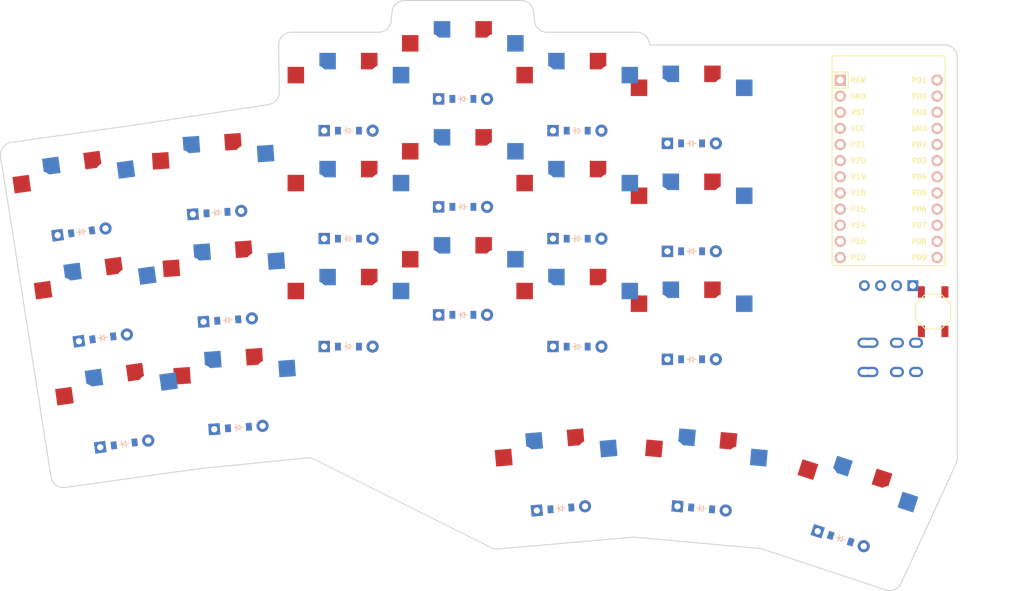
<source format=kicad_pcb>


(kicad_pcb
  (version 20240108)
  (generator "ergogen")
  (generator_version "4.1.0")
  (general
    (thickness 1.6)
    (legacy_teardrops no)
  )
  (paper "A3")
  (title_block
    (title "scorn")
    (date "2024-09-22")
    (rev "v1.0.0")
    (company "Unknown")
  )

  (layers
    (0 "F.Cu" signal)
    (31 "B.Cu" signal)
    (32 "B.Adhes" user "B.Adhesive")
    (33 "F.Adhes" user "F.Adhesive")
    (34 "B.Paste" user)
    (35 "F.Paste" user)
    (36 "B.SilkS" user "B.Silkscreen")
    (37 "F.SilkS" user "F.Silkscreen")
    (38 "B.Mask" user)
    (39 "F.Mask" user)
    (40 "Dwgs.User" user "User.Drawings")
    (41 "Cmts.User" user "User.Comments")
    (42 "Eco1.User" user "User.Eco1")
    (43 "Eco2.User" user "User.Eco2")
    (44 "Edge.Cuts" user)
    (45 "Margin" user)
    (46 "B.CrtYd" user "B.Courtyard")
    (47 "F.CrtYd" user "F.Courtyard")
    (48 "B.Fab" user)
    (49 "F.Fab" user)
  )

  (setup
    (pad_to_mask_clearance 0.05)
    (allow_soldermask_bridges_in_footprints no)
    (pcbplotparams
      (layerselection 0x00010fc_ffffffff)
      (plot_on_all_layers_selection 0x0000000_00000000)
      (disableapertmacros no)
      (usegerberextensions no)
      (usegerberattributes yes)
      (usegerberadvancedattributes yes)
      (creategerberjobfile yes)
      (dashed_line_dash_ratio 12.000000)
      (dashed_line_gap_ratio 3.000000)
      (svgprecision 4)
      (plotframeref no)
      (viasonmask no)
      (mode 1)
      (useauxorigin no)
      (hpglpennumber 1)
      (hpglpenspeed 20)
      (hpglpendiameter 15.000000)
      (pdf_front_fp_property_popups yes)
      (pdf_back_fp_property_popups yes)
      (dxfpolygonmode yes)
      (dxfimperialunits yes)
      (dxfusepcbnewfont yes)
      (psnegative no)
      (psa4output no)
      (plotreference yes)
      (plotvalue yes)
      (plotfptext yes)
      (plotinvisibletext no)
      (sketchpadsonfab no)
      (subtractmaskfromsilk no)
      (outputformat 1)
      (mirror no)
      (drillshape 1)
      (scaleselection 1)
      (outputdirectory "")
    )
  )

  (net 0 "")
(net 1 "outer_bottom")
(net 2 "outer_home")
(net 3 "outer_top")
(net 4 "pinky_bottom")
(net 5 "pinky_home")
(net 6 "pinky_top")
(net 7 "ring_bottom")
(net 8 "ring_home")
(net 9 "ring_top")
(net 10 "middle_bottom")
(net 11 "middle_home")
(net 12 "middle_top")
(net 13 "index_bottom")
(net 14 "index_home")
(net 15 "index_top")
(net 16 "inner_bottom")
(net 17 "inner_home")
(net 18 "inner_top")
(net 19 "inner_cluster")
(net 20 "mid_cluster")
(net 21 "outer_cluster")
(net 22 "RAW")
(net 23 "GND")
(net 24 "RST")
(net 25 "VCC")
(net 26 "P21")
(net 27 "P20")
(net 28 "P19")
(net 29 "P18")
(net 30 "P15")
(net 31 "P14")
(net 32 "P16")
(net 33 "P10")
(net 34 "P1")
(net 35 "P0")
(net 36 "P2")
(net 37 "P3")
(net 38 "P4")
(net 39 "P5")
(net 40 "P6")
(net 41 "P7")
(net 42 "P8")
(net 43 "P9")

  
        
      (module PG1350 (layer F.Cu) (tedit 5DD50112)
      (at 149.0097319 150.1391731 8)

      
      (fp_text reference "S1" (at 0 0) (layer F.SilkS) hide (effects (font (size 1.27 1.27) (thickness 0.15))))
      (fp_text value "" (at 0 0) (layer F.SilkS) hide (effects (font (size 1.27 1.27) (thickness 0.15))))

      
      (fp_line (start -7 -6) (end -7 -7) (layer Dwgs.User) (width 0.15))
      (fp_line (start -7 7) (end -6 7) (layer Dwgs.User) (width 0.15))
      (fp_line (start -6 -7) (end -7 -7) (layer Dwgs.User) (width 0.15))
      (fp_line (start -7 7) (end -7 6) (layer Dwgs.User) (width 0.15))
      (fp_line (start 7 6) (end 7 7) (layer Dwgs.User) (width 0.15))
      (fp_line (start 7 -7) (end 6 -7) (layer Dwgs.User) (width 0.15))
      (fp_line (start 6 7) (end 7 7) (layer Dwgs.User) (width 0.15))
      (fp_line (start 7 -7) (end 7 -6) (layer Dwgs.User) (width 0.15))      
      
      
      (pad "" np_thru_hole circle (at 0 0) (size 3.429 3.429) (drill 3.429) (layers *.Cu *.Mask))
        
      
      (pad "" np_thru_hole circle (at 5.5 0) (size 1.7018 1.7018) (drill 1.7018) (layers *.Cu *.Mask))
      (pad "" np_thru_hole circle (at -5.5 0) (size 1.7018 1.7018) (drill 1.7018) (layers *.Cu *.Mask))
      
        
      
      (fp_line (start -9 -8.5) (end 9 -8.5) (layer Dwgs.User) (width 0.15))
      (fp_line (start 9 -8.5) (end 9 8.5) (layer Dwgs.User) (width 0.15))
      (fp_line (start 9 8.5) (end -9 8.5) (layer Dwgs.User) (width 0.15))
      (fp_line (start -9 8.5) (end -9 -8.5) (layer Dwgs.User) (width 0.15))
      
        
          
          (pad "" np_thru_hole circle (at 5 -3.75) (size 3 3) (drill 3) (layers *.Cu *.Mask))
          (pad "" np_thru_hole circle (at 0 -5.95) (size 3 3) (drill 3) (layers *.Cu *.Mask))
      
          
          (pad 1 smd rect (at -3.275 -5.95 8) (size 2.6 2.6) (layers B.Cu B.Paste B.Mask)  (net 0 ""))
          (pad 2 smd rect (at 8.275 -3.75 8) (size 2.6 2.6) (layers B.Cu B.Paste B.Mask)  (net 1 "outer_bottom"))
        
        
          
          (pad "" np_thru_hole circle (at -5 -3.75) (size 3 3) (drill 3) (layers *.Cu *.Mask))
          (pad "" np_thru_hole circle (at 0 -5.95) (size 3 3) (drill 3) (layers *.Cu *.Mask))
      
          
          (pad 1 smd rect (at 3.275 -5.95 8) (size 2.6 2.6) (layers F.Cu F.Paste F.Mask)  (net 0 ""))
          (pad 2 smd rect (at -8.275 -3.75 8) (size 2.6 2.6) (layers F.Cu F.Paste F.Mask)  (net 1 "outer_bottom"))
        )
        

        
      (module PG1350 (layer F.Cu) (tedit 5DD50112)
      (at 145.65352109999998 133.44378899999998 8)

      
      (fp_text reference "S2" (at 0 0) (layer F.SilkS) hide (effects (font (size 1.27 1.27) (thickness 0.15))))
      (fp_text value "" (at 0 0) (layer F.SilkS) hide (effects (font (size 1.27 1.27) (thickness 0.15))))

      
      (fp_line (start -7 -6) (end -7 -7) (layer Dwgs.User) (width 0.15))
      (fp_line (start -7 7) (end -6 7) (layer Dwgs.User) (width 0.15))
      (fp_line (start -6 -7) (end -7 -7) (layer Dwgs.User) (width 0.15))
      (fp_line (start -7 7) (end -7 6) (layer Dwgs.User) (width 0.15))
      (fp_line (start 7 6) (end 7 7) (layer Dwgs.User) (width 0.15))
      (fp_line (start 7 -7) (end 6 -7) (layer Dwgs.User) (width 0.15))
      (fp_line (start 6 7) (end 7 7) (layer Dwgs.User) (width 0.15))
      (fp_line (start 7 -7) (end 7 -6) (layer Dwgs.User) (width 0.15))      
      
      
      (pad "" np_thru_hole circle (at 0 0) (size 3.429 3.429) (drill 3.429) (layers *.Cu *.Mask))
        
      
      (pad "" np_thru_hole circle (at 5.5 0) (size 1.7018 1.7018) (drill 1.7018) (layers *.Cu *.Mask))
      (pad "" np_thru_hole circle (at -5.5 0) (size 1.7018 1.7018) (drill 1.7018) (layers *.Cu *.Mask))
      
        
      
      (fp_line (start -9 -8.5) (end 9 -8.5) (layer Dwgs.User) (width 0.15))
      (fp_line (start 9 -8.5) (end 9 8.5) (layer Dwgs.User) (width 0.15))
      (fp_line (start 9 8.5) (end -9 8.5) (layer Dwgs.User) (width 0.15))
      (fp_line (start -9 8.5) (end -9 -8.5) (layer Dwgs.User) (width 0.15))
      
        
          
          (pad "" np_thru_hole circle (at 5 -3.75) (size 3 3) (drill 3) (layers *.Cu *.Mask))
          (pad "" np_thru_hole circle (at 0 -5.95) (size 3 3) (drill 3) (layers *.Cu *.Mask))
      
          
          (pad 1 smd rect (at -3.275 -5.95 8) (size 2.6 2.6) (layers B.Cu B.Paste B.Mask)  (net 0 ""))
          (pad 2 smd rect (at 8.275 -3.75 8) (size 2.6 2.6) (layers B.Cu B.Paste B.Mask)  (net 2 "outer_home"))
        
        
          
          (pad "" np_thru_hole circle (at -5 -3.75) (size 3 3) (drill 3) (layers *.Cu *.Mask))
          (pad "" np_thru_hole circle (at 0 -5.95) (size 3 3) (drill 3) (layers *.Cu *.Mask))
      
          
          (pad 1 smd rect (at 3.275 -5.95 8) (size 2.6 2.6) (layers F.Cu F.Paste F.Mask)  (net 0 ""))
          (pad 2 smd rect (at -8.275 -3.75 8) (size 2.6 2.6) (layers F.Cu F.Paste F.Mask)  (net 2 "outer_home"))
        )
        

        
      (module PG1350 (layer F.Cu) (tedit 5DD50112)
      (at 142.29731029999996 116.74840489999997 8)

      
      (fp_text reference "S3" (at 0 0) (layer F.SilkS) hide (effects (font (size 1.27 1.27) (thickness 0.15))))
      (fp_text value "" (at 0 0) (layer F.SilkS) hide (effects (font (size 1.27 1.27) (thickness 0.15))))

      
      (fp_line (start -7 -6) (end -7 -7) (layer Dwgs.User) (width 0.15))
      (fp_line (start -7 7) (end -6 7) (layer Dwgs.User) (width 0.15))
      (fp_line (start -6 -7) (end -7 -7) (layer Dwgs.User) (width 0.15))
      (fp_line (start -7 7) (end -7 6) (layer Dwgs.User) (width 0.15))
      (fp_line (start 7 6) (end 7 7) (layer Dwgs.User) (width 0.15))
      (fp_line (start 7 -7) (end 6 -7) (layer Dwgs.User) (width 0.15))
      (fp_line (start 6 7) (end 7 7) (layer Dwgs.User) (width 0.15))
      (fp_line (start 7 -7) (end 7 -6) (layer Dwgs.User) (width 0.15))      
      
      
      (pad "" np_thru_hole circle (at 0 0) (size 3.429 3.429) (drill 3.429) (layers *.Cu *.Mask))
        
      
      (pad "" np_thru_hole circle (at 5.5 0) (size 1.7018 1.7018) (drill 1.7018) (layers *.Cu *.Mask))
      (pad "" np_thru_hole circle (at -5.5 0) (size 1.7018 1.7018) (drill 1.7018) (layers *.Cu *.Mask))
      
        
      
      (fp_line (start -9 -8.5) (end 9 -8.5) (layer Dwgs.User) (width 0.15))
      (fp_line (start 9 -8.5) (end 9 8.5) (layer Dwgs.User) (width 0.15))
      (fp_line (start 9 8.5) (end -9 8.5) (layer Dwgs.User) (width 0.15))
      (fp_line (start -9 8.5) (end -9 -8.5) (layer Dwgs.User) (width 0.15))
      
        
          
          (pad "" np_thru_hole circle (at 5 -3.75) (size 3 3) (drill 3) (layers *.Cu *.Mask))
          (pad "" np_thru_hole circle (at 0 -5.95) (size 3 3) (drill 3) (layers *.Cu *.Mask))
      
          
          (pad 1 smd rect (at -3.275 -5.95 8) (size 2.6 2.6) (layers B.Cu B.Paste B.Mask)  (net 0 ""))
          (pad 2 smd rect (at 8.275 -3.75 8) (size 2.6 2.6) (layers B.Cu B.Paste B.Mask)  (net 3 "outer_top"))
        
        
          
          (pad "" np_thru_hole circle (at -5 -3.75) (size 3 3) (drill 3) (layers *.Cu *.Mask))
          (pad "" np_thru_hole circle (at 0 -5.95) (size 3 3) (drill 3) (layers *.Cu *.Mask))
      
          
          (pad 1 smd rect (at 3.275 -5.95 8) (size 2.6 2.6) (layers F.Cu F.Paste F.Mask)  (net 0 ""))
          (pad 2 smd rect (at -8.275 -3.75 8) (size 2.6 2.6) (layers F.Cu F.Paste F.Mask)  (net 3 "outer_top"))
        )
        

        
      (module PG1350 (layer F.Cu) (tedit 5DD50112)
      (at 167.3260432 147.5297624 4)

      
      (fp_text reference "S4" (at 0 0) (layer F.SilkS) hide (effects (font (size 1.27 1.27) (thickness 0.15))))
      (fp_text value "" (at 0 0) (layer F.SilkS) hide (effects (font (size 1.27 1.27) (thickness 0.15))))

      
      (fp_line (start -7 -6) (end -7 -7) (layer Dwgs.User) (width 0.15))
      (fp_line (start -7 7) (end -6 7) (layer Dwgs.User) (width 0.15))
      (fp_line (start -6 -7) (end -7 -7) (layer Dwgs.User) (width 0.15))
      (fp_line (start -7 7) (end -7 6) (layer Dwgs.User) (width 0.15))
      (fp_line (start 7 6) (end 7 7) (layer Dwgs.User) (width 0.15))
      (fp_line (start 7 -7) (end 6 -7) (layer Dwgs.User) (width 0.15))
      (fp_line (start 6 7) (end 7 7) (layer Dwgs.User) (width 0.15))
      (fp_line (start 7 -7) (end 7 -6) (layer Dwgs.User) (width 0.15))      
      
      
      (pad "" np_thru_hole circle (at 0 0) (size 3.429 3.429) (drill 3.429) (layers *.Cu *.Mask))
        
      
      (pad "" np_thru_hole circle (at 5.5 0) (size 1.7018 1.7018) (drill 1.7018) (layers *.Cu *.Mask))
      (pad "" np_thru_hole circle (at -5.5 0) (size 1.7018 1.7018) (drill 1.7018) (layers *.Cu *.Mask))
      
        
      
      (fp_line (start -9 -8.5) (end 9 -8.5) (layer Dwgs.User) (width 0.15))
      (fp_line (start 9 -8.5) (end 9 8.5) (layer Dwgs.User) (width 0.15))
      (fp_line (start 9 8.5) (end -9 8.5) (layer Dwgs.User) (width 0.15))
      (fp_line (start -9 8.5) (end -9 -8.5) (layer Dwgs.User) (width 0.15))
      
        
          
          (pad "" np_thru_hole circle (at 5 -3.75) (size 3 3) (drill 3) (layers *.Cu *.Mask))
          (pad "" np_thru_hole circle (at 0 -5.95) (size 3 3) (drill 3) (layers *.Cu *.Mask))
      
          
          (pad 1 smd rect (at -3.275 -5.95 4) (size 2.6 2.6) (layers B.Cu B.Paste B.Mask)  (net 0 ""))
          (pad 2 smd rect (at 8.275 -3.75 4) (size 2.6 2.6) (layers B.Cu B.Paste B.Mask)  (net 4 "pinky_bottom"))
        
        
          
          (pad "" np_thru_hole circle (at -5 -3.75) (size 3 3) (drill 3) (layers *.Cu *.Mask))
          (pad "" np_thru_hole circle (at 0 -5.95) (size 3 3) (drill 3) (layers *.Cu *.Mask))
      
          
          (pad 1 smd rect (at 3.275 -5.95 4) (size 2.6 2.6) (layers F.Cu F.Paste F.Mask)  (net 0 ""))
          (pad 2 smd rect (at -8.275 -3.75 4) (size 2.6 2.6) (layers F.Cu F.Paste F.Mask)  (net 4 "pinky_bottom"))
        )
        

        
      (module PG1350 (layer F.Cu) (tedit 5DD50112)
      (at 165.64140109999997 130.60605170000002 4)

      
      (fp_text reference "S5" (at 0 0) (layer F.SilkS) hide (effects (font (size 1.27 1.27) (thickness 0.15))))
      (fp_text value "" (at 0 0) (layer F.SilkS) hide (effects (font (size 1.27 1.27) (thickness 0.15))))

      
      (fp_line (start -7 -6) (end -7 -7) (layer Dwgs.User) (width 0.15))
      (fp_line (start -7 7) (end -6 7) (layer Dwgs.User) (width 0.15))
      (fp_line (start -6 -7) (end -7 -7) (layer Dwgs.User) (width 0.15))
      (fp_line (start -7 7) (end -7 6) (layer Dwgs.User) (width 0.15))
      (fp_line (start 7 6) (end 7 7) (layer Dwgs.User) (width 0.15))
      (fp_line (start 7 -7) (end 6 -7) (layer Dwgs.User) (width 0.15))
      (fp_line (start 6 7) (end 7 7) (layer Dwgs.User) (width 0.15))
      (fp_line (start 7 -7) (end 7 -6) (layer Dwgs.User) (width 0.15))      
      
      
      (pad "" np_thru_hole circle (at 0 0) (size 3.429 3.429) (drill 3.429) (layers *.Cu *.Mask))
        
      
      (pad "" np_thru_hole circle (at 5.5 0) (size 1.7018 1.7018) (drill 1.7018) (layers *.Cu *.Mask))
      (pad "" np_thru_hole circle (at -5.5 0) (size 1.7018 1.7018) (drill 1.7018) (layers *.Cu *.Mask))
      
        
      
      (fp_line (start -9 -8.5) (end 9 -8.5) (layer Dwgs.User) (width 0.15))
      (fp_line (start 9 -8.5) (end 9 8.5) (layer Dwgs.User) (width 0.15))
      (fp_line (start 9 8.5) (end -9 8.5) (layer Dwgs.User) (width 0.15))
      (fp_line (start -9 8.5) (end -9 -8.5) (layer Dwgs.User) (width 0.15))
      
        
          
          (pad "" np_thru_hole circle (at 5 -3.75) (size 3 3) (drill 3) (layers *.Cu *.Mask))
          (pad "" np_thru_hole circle (at 0 -5.95) (size 3 3) (drill 3) (layers *.Cu *.Mask))
      
          
          (pad 1 smd rect (at -3.275 -5.95 4) (size 2.6 2.6) (layers B.Cu B.Paste B.Mask)  (net 0 ""))
          (pad 2 smd rect (at 8.275 -3.75 4) (size 2.6 2.6) (layers B.Cu B.Paste B.Mask)  (net 5 "pinky_home"))
        
        
          
          (pad "" np_thru_hole circle (at -5 -3.75) (size 3 3) (drill 3) (layers *.Cu *.Mask))
          (pad "" np_thru_hole circle (at 0 -5.95) (size 3 3) (drill 3) (layers *.Cu *.Mask))
      
          
          (pad 1 smd rect (at 3.275 -5.95 4) (size 2.6 2.6) (layers F.Cu F.Paste F.Mask)  (net 0 ""))
          (pad 2 smd rect (at -8.275 -3.75 4) (size 2.6 2.6) (layers F.Cu F.Paste F.Mask)  (net 5 "pinky_home"))
        )
        

        
      (module PG1350 (layer F.Cu) (tedit 5DD50112)
      (at 163.95675899999995 113.68234100000002 4)

      
      (fp_text reference "S6" (at 0 0) (layer F.SilkS) hide (effects (font (size 1.27 1.27) (thickness 0.15))))
      (fp_text value "" (at 0 0) (layer F.SilkS) hide (effects (font (size 1.27 1.27) (thickness 0.15))))

      
      (fp_line (start -7 -6) (end -7 -7) (layer Dwgs.User) (width 0.15))
      (fp_line (start -7 7) (end -6 7) (layer Dwgs.User) (width 0.15))
      (fp_line (start -6 -7) (end -7 -7) (layer Dwgs.User) (width 0.15))
      (fp_line (start -7 7) (end -7 6) (layer Dwgs.User) (width 0.15))
      (fp_line (start 7 6) (end 7 7) (layer Dwgs.User) (width 0.15))
      (fp_line (start 7 -7) (end 6 -7) (layer Dwgs.User) (width 0.15))
      (fp_line (start 6 7) (end 7 7) (layer Dwgs.User) (width 0.15))
      (fp_line (start 7 -7) (end 7 -6) (layer Dwgs.User) (width 0.15))      
      
      
      (pad "" np_thru_hole circle (at 0 0) (size 3.429 3.429) (drill 3.429) (layers *.Cu *.Mask))
        
      
      (pad "" np_thru_hole circle (at 5.5 0) (size 1.7018 1.7018) (drill 1.7018) (layers *.Cu *.Mask))
      (pad "" np_thru_hole circle (at -5.5 0) (size 1.7018 1.7018) (drill 1.7018) (layers *.Cu *.Mask))
      
        
      
      (fp_line (start -9 -8.5) (end 9 -8.5) (layer Dwgs.User) (width 0.15))
      (fp_line (start 9 -8.5) (end 9 8.5) (layer Dwgs.User) (width 0.15))
      (fp_line (start 9 8.5) (end -9 8.5) (layer Dwgs.User) (width 0.15))
      (fp_line (start -9 8.5) (end -9 -8.5) (layer Dwgs.User) (width 0.15))
      
        
          
          (pad "" np_thru_hole circle (at 5 -3.75) (size 3 3) (drill 3) (layers *.Cu *.Mask))
          (pad "" np_thru_hole circle (at 0 -5.95) (size 3 3) (drill 3) (layers *.Cu *.Mask))
      
          
          (pad 1 smd rect (at -3.275 -5.95 4) (size 2.6 2.6) (layers B.Cu B.Paste B.Mask)  (net 0 ""))
          (pad 2 smd rect (at 8.275 -3.75 4) (size 2.6 2.6) (layers B.Cu B.Paste B.Mask)  (net 6 "pinky_top"))
        
        
          
          (pad "" np_thru_hole circle (at -5 -3.75) (size 3 3) (drill 3) (layers *.Cu *.Mask))
          (pad "" np_thru_hole circle (at 0 -5.95) (size 3 3) (drill 3) (layers *.Cu *.Mask))
      
          
          (pad 1 smd rect (at 3.275 -5.95 4) (size 2.6 2.6) (layers F.Cu F.Paste F.Mask)  (net 0 ""))
          (pad 2 smd rect (at -8.275 -3.75 4) (size 2.6 2.6) (layers F.Cu F.Paste F.Mask)  (net 6 "pinky_top"))
        )
        

        
      (module PG1350 (layer F.Cu) (tedit 5DD50112)
      (at 184.9787787 134.7672811 0)

      
      (fp_text reference "S7" (at 0 0) (layer F.SilkS) hide (effects (font (size 1.27 1.27) (thickness 0.15))))
      (fp_text value "" (at 0 0) (layer F.SilkS) hide (effects (font (size 1.27 1.27) (thickness 0.15))))

      
      (fp_line (start -7 -6) (end -7 -7) (layer Dwgs.User) (width 0.15))
      (fp_line (start -7 7) (end -6 7) (layer Dwgs.User) (width 0.15))
      (fp_line (start -6 -7) (end -7 -7) (layer Dwgs.User) (width 0.15))
      (fp_line (start -7 7) (end -7 6) (layer Dwgs.User) (width 0.15))
      (fp_line (start 7 6) (end 7 7) (layer Dwgs.User) (width 0.15))
      (fp_line (start 7 -7) (end 6 -7) (layer Dwgs.User) (width 0.15))
      (fp_line (start 6 7) (end 7 7) (layer Dwgs.User) (width 0.15))
      (fp_line (start 7 -7) (end 7 -6) (layer Dwgs.User) (width 0.15))      
      
      
      (pad "" np_thru_hole circle (at 0 0) (size 3.429 3.429) (drill 3.429) (layers *.Cu *.Mask))
        
      
      (pad "" np_thru_hole circle (at 5.5 0) (size 1.7018 1.7018) (drill 1.7018) (layers *.Cu *.Mask))
      (pad "" np_thru_hole circle (at -5.5 0) (size 1.7018 1.7018) (drill 1.7018) (layers *.Cu *.Mask))
      
        
      
      (fp_line (start -9 -8.5) (end 9 -8.5) (layer Dwgs.User) (width 0.15))
      (fp_line (start 9 -8.5) (end 9 8.5) (layer Dwgs.User) (width 0.15))
      (fp_line (start 9 8.5) (end -9 8.5) (layer Dwgs.User) (width 0.15))
      (fp_line (start -9 8.5) (end -9 -8.5) (layer Dwgs.User) (width 0.15))
      
        
          
          (pad "" np_thru_hole circle (at 5 -3.75) (size 3 3) (drill 3) (layers *.Cu *.Mask))
          (pad "" np_thru_hole circle (at 0 -5.95) (size 3 3) (drill 3) (layers *.Cu *.Mask))
      
          
          (pad 1 smd rect (at -3.275 -5.95 0) (size 2.6 2.6) (layers B.Cu B.Paste B.Mask)  (net 0 ""))
          (pad 2 smd rect (at 8.275 -3.75 0) (size 2.6 2.6) (layers B.Cu B.Paste B.Mask)  (net 7 "ring_bottom"))
        
        
          
          (pad "" np_thru_hole circle (at -5 -3.75) (size 3 3) (drill 3) (layers *.Cu *.Mask))
          (pad "" np_thru_hole circle (at 0 -5.95) (size 3 3) (drill 3) (layers *.Cu *.Mask))
      
          
          (pad 1 smd rect (at 3.275 -5.95 0) (size 2.6 2.6) (layers F.Cu F.Paste F.Mask)  (net 0 ""))
          (pad 2 smd rect (at -8.275 -3.75 0) (size 2.6 2.6) (layers F.Cu F.Paste F.Mask)  (net 7 "ring_bottom"))
        )
        

        
      (module PG1350 (layer F.Cu) (tedit 5DD50112)
      (at 184.9787787 117.76728109999999 0)

      
      (fp_text reference "S8" (at 0 0) (layer F.SilkS) hide (effects (font (size 1.27 1.27) (thickness 0.15))))
      (fp_text value "" (at 0 0) (layer F.SilkS) hide (effects (font (size 1.27 1.27) (thickness 0.15))))

      
      (fp_line (start -7 -6) (end -7 -7) (layer Dwgs.User) (width 0.15))
      (fp_line (start -7 7) (end -6 7) (layer Dwgs.User) (width 0.15))
      (fp_line (start -6 -7) (end -7 -7) (layer Dwgs.User) (width 0.15))
      (fp_line (start -7 7) (end -7 6) (layer Dwgs.User) (width 0.15))
      (fp_line (start 7 6) (end 7 7) (layer Dwgs.User) (width 0.15))
      (fp_line (start 7 -7) (end 6 -7) (layer Dwgs.User) (width 0.15))
      (fp_line (start 6 7) (end 7 7) (layer Dwgs.User) (width 0.15))
      (fp_line (start 7 -7) (end 7 -6) (layer Dwgs.User) (width 0.15))      
      
      
      (pad "" np_thru_hole circle (at 0 0) (size 3.429 3.429) (drill 3.429) (layers *.Cu *.Mask))
        
      
      (pad "" np_thru_hole circle (at 5.5 0) (size 1.7018 1.7018) (drill 1.7018) (layers *.Cu *.Mask))
      (pad "" np_thru_hole circle (at -5.5 0) (size 1.7018 1.7018) (drill 1.7018) (layers *.Cu *.Mask))
      
        
      
      (fp_line (start -9 -8.5) (end 9 -8.5) (layer Dwgs.User) (width 0.15))
      (fp_line (start 9 -8.5) (end 9 8.5) (layer Dwgs.User) (width 0.15))
      (fp_line (start 9 8.5) (end -9 8.5) (layer Dwgs.User) (width 0.15))
      (fp_line (start -9 8.5) (end -9 -8.5) (layer Dwgs.User) (width 0.15))
      
        
          
          (pad "" np_thru_hole circle (at 5 -3.75) (size 3 3) (drill 3) (layers *.Cu *.Mask))
          (pad "" np_thru_hole circle (at 0 -5.95) (size 3 3) (drill 3) (layers *.Cu *.Mask))
      
          
          (pad 1 smd rect (at -3.275 -5.95 0) (size 2.6 2.6) (layers B.Cu B.Paste B.Mask)  (net 0 ""))
          (pad 2 smd rect (at 8.275 -3.75 0) (size 2.6 2.6) (layers B.Cu B.Paste B.Mask)  (net 8 "ring_home"))
        
        
          
          (pad "" np_thru_hole circle (at -5 -3.75) (size 3 3) (drill 3) (layers *.Cu *.Mask))
          (pad "" np_thru_hole circle (at 0 -5.95) (size 3 3) (drill 3) (layers *.Cu *.Mask))
      
          
          (pad 1 smd rect (at 3.275 -5.95 0) (size 2.6 2.6) (layers F.Cu F.Paste F.Mask)  (net 0 ""))
          (pad 2 smd rect (at -8.275 -3.75 0) (size 2.6 2.6) (layers F.Cu F.Paste F.Mask)  (net 8 "ring_home"))
        )
        

        
      (module PG1350 (layer F.Cu) (tedit 5DD50112)
      (at 184.9787787 100.76728109999999 0)

      
      (fp_text reference "S9" (at 0 0) (layer F.SilkS) hide (effects (font (size 1.27 1.27) (thickness 0.15))))
      (fp_text value "" (at 0 0) (layer F.SilkS) hide (effects (font (size 1.27 1.27) (thickness 0.15))))

      
      (fp_line (start -7 -6) (end -7 -7) (layer Dwgs.User) (width 0.15))
      (fp_line (start -7 7) (end -6 7) (layer Dwgs.User) (width 0.15))
      (fp_line (start -6 -7) (end -7 -7) (layer Dwgs.User) (width 0.15))
      (fp_line (start -7 7) (end -7 6) (layer Dwgs.User) (width 0.15))
      (fp_line (start 7 6) (end 7 7) (layer Dwgs.User) (width 0.15))
      (fp_line (start 7 -7) (end 6 -7) (layer Dwgs.User) (width 0.15))
      (fp_line (start 6 7) (end 7 7) (layer Dwgs.User) (width 0.15))
      (fp_line (start 7 -7) (end 7 -6) (layer Dwgs.User) (width 0.15))      
      
      
      (pad "" np_thru_hole circle (at 0 0) (size 3.429 3.429) (drill 3.429) (layers *.Cu *.Mask))
        
      
      (pad "" np_thru_hole circle (at 5.5 0) (size 1.7018 1.7018) (drill 1.7018) (layers *.Cu *.Mask))
      (pad "" np_thru_hole circle (at -5.5 0) (size 1.7018 1.7018) (drill 1.7018) (layers *.Cu *.Mask))
      
        
      
      (fp_line (start -9 -8.5) (end 9 -8.5) (layer Dwgs.User) (width 0.15))
      (fp_line (start 9 -8.5) (end 9 8.5) (layer Dwgs.User) (width 0.15))
      (fp_line (start 9 8.5) (end -9 8.5) (layer Dwgs.User) (width 0.15))
      (fp_line (start -9 8.5) (end -9 -8.5) (layer Dwgs.User) (width 0.15))
      
        
          
          (pad "" np_thru_hole circle (at 5 -3.75) (size 3 3) (drill 3) (layers *.Cu *.Mask))
          (pad "" np_thru_hole circle (at 0 -5.95) (size 3 3) (drill 3) (layers *.Cu *.Mask))
      
          
          (pad 1 smd rect (at -3.275 -5.95 0) (size 2.6 2.6) (layers B.Cu B.Paste B.Mask)  (net 0 ""))
          (pad 2 smd rect (at 8.275 -3.75 0) (size 2.6 2.6) (layers B.Cu B.Paste B.Mask)  (net 9 "ring_top"))
        
        
          
          (pad "" np_thru_hole circle (at -5 -3.75) (size 3 3) (drill 3) (layers *.Cu *.Mask))
          (pad "" np_thru_hole circle (at 0 -5.95) (size 3 3) (drill 3) (layers *.Cu *.Mask))
      
          
          (pad 1 smd rect (at 3.275 -5.95 0) (size 2.6 2.6) (layers F.Cu F.Paste F.Mask)  (net 0 ""))
          (pad 2 smd rect (at -8.275 -3.75 0) (size 2.6 2.6) (layers F.Cu F.Paste F.Mask)  (net 9 "ring_top"))
        )
        

        
      (module PG1350 (layer F.Cu) (tedit 5DD50112)
      (at 202.9787787 129.7672811 0)

      
      (fp_text reference "S10" (at 0 0) (layer F.SilkS) hide (effects (font (size 1.27 1.27) (thickness 0.15))))
      (fp_text value "" (at 0 0) (layer F.SilkS) hide (effects (font (size 1.27 1.27) (thickness 0.15))))

      
      (fp_line (start -7 -6) (end -7 -7) (layer Dwgs.User) (width 0.15))
      (fp_line (start -7 7) (end -6 7) (layer Dwgs.User) (width 0.15))
      (fp_line (start -6 -7) (end -7 -7) (layer Dwgs.User) (width 0.15))
      (fp_line (start -7 7) (end -7 6) (layer Dwgs.User) (width 0.15))
      (fp_line (start 7 6) (end 7 7) (layer Dwgs.User) (width 0.15))
      (fp_line (start 7 -7) (end 6 -7) (layer Dwgs.User) (width 0.15))
      (fp_line (start 6 7) (end 7 7) (layer Dwgs.User) (width 0.15))
      (fp_line (start 7 -7) (end 7 -6) (layer Dwgs.User) (width 0.15))      
      
      
      (pad "" np_thru_hole circle (at 0 0) (size 3.429 3.429) (drill 3.429) (layers *.Cu *.Mask))
        
      
      (pad "" np_thru_hole circle (at 5.5 0) (size 1.7018 1.7018) (drill 1.7018) (layers *.Cu *.Mask))
      (pad "" np_thru_hole circle (at -5.5 0) (size 1.7018 1.7018) (drill 1.7018) (layers *.Cu *.Mask))
      
        
      
      (fp_line (start -9 -8.5) (end 9 -8.5) (layer Dwgs.User) (width 0.15))
      (fp_line (start 9 -8.5) (end 9 8.5) (layer Dwgs.User) (width 0.15))
      (fp_line (start 9 8.5) (end -9 8.5) (layer Dwgs.User) (width 0.15))
      (fp_line (start -9 8.5) (end -9 -8.5) (layer Dwgs.User) (width 0.15))
      
        
          
          (pad "" np_thru_hole circle (at 5 -3.75) (size 3 3) (drill 3) (layers *.Cu *.Mask))
          (pad "" np_thru_hole circle (at 0 -5.95) (size 3 3) (drill 3) (layers *.Cu *.Mask))
      
          
          (pad 1 smd rect (at -3.275 -5.95 0) (size 2.6 2.6) (layers B.Cu B.Paste B.Mask)  (net 0 ""))
          (pad 2 smd rect (at 8.275 -3.75 0) (size 2.6 2.6) (layers B.Cu B.Paste B.Mask)  (net 10 "middle_bottom"))
        
        
          
          (pad "" np_thru_hole circle (at -5 -3.75) (size 3 3) (drill 3) (layers *.Cu *.Mask))
          (pad "" np_thru_hole circle (at 0 -5.95) (size 3 3) (drill 3) (layers *.Cu *.Mask))
      
          
          (pad 1 smd rect (at 3.275 -5.95 0) (size 2.6 2.6) (layers F.Cu F.Paste F.Mask)  (net 0 ""))
          (pad 2 smd rect (at -8.275 -3.75 0) (size 2.6 2.6) (layers F.Cu F.Paste F.Mask)  (net 10 "middle_bottom"))
        )
        

        
      (module PG1350 (layer F.Cu) (tedit 5DD50112)
      (at 202.9787787 112.76728109999999 0)

      
      (fp_text reference "S11" (at 0 0) (layer F.SilkS) hide (effects (font (size 1.27 1.27) (thickness 0.15))))
      (fp_text value "" (at 0 0) (layer F.SilkS) hide (effects (font (size 1.27 1.27) (thickness 0.15))))

      
      (fp_line (start -7 -6) (end -7 -7) (layer Dwgs.User) (width 0.15))
      (fp_line (start -7 7) (end -6 7) (layer Dwgs.User) (width 0.15))
      (fp_line (start -6 -7) (end -7 -7) (layer Dwgs.User) (width 0.15))
      (fp_line (start -7 7) (end -7 6) (layer Dwgs.User) (width 0.15))
      (fp_line (start 7 6) (end 7 7) (layer Dwgs.User) (width 0.15))
      (fp_line (start 7 -7) (end 6 -7) (layer Dwgs.User) (width 0.15))
      (fp_line (start 6 7) (end 7 7) (layer Dwgs.User) (width 0.15))
      (fp_line (start 7 -7) (end 7 -6) (layer Dwgs.User) (width 0.15))      
      
      
      (pad "" np_thru_hole circle (at 0 0) (size 3.429 3.429) (drill 3.429) (layers *.Cu *.Mask))
        
      
      (pad "" np_thru_hole circle (at 5.5 0) (size 1.7018 1.7018) (drill 1.7018) (layers *.Cu *.Mask))
      (pad "" np_thru_hole circle (at -5.5 0) (size 1.7018 1.7018) (drill 1.7018) (layers *.Cu *.Mask))
      
        
      
      (fp_line (start -9 -8.5) (end 9 -8.5) (layer Dwgs.User) (width 0.15))
      (fp_line (start 9 -8.5) (end 9 8.5) (layer Dwgs.User) (width 0.15))
      (fp_line (start 9 8.5) (end -9 8.5) (layer Dwgs.User) (width 0.15))
      (fp_line (start -9 8.5) (end -9 -8.5) (layer Dwgs.User) (width 0.15))
      
        
          
          (pad "" np_thru_hole circle (at 5 -3.75) (size 3 3) (drill 3) (layers *.Cu *.Mask))
          (pad "" np_thru_hole circle (at 0 -5.95) (size 3 3) (drill 3) (layers *.Cu *.Mask))
      
          
          (pad 1 smd rect (at -3.275 -5.95 0) (size 2.6 2.6) (layers B.Cu B.Paste B.Mask)  (net 0 ""))
          (pad 2 smd rect (at 8.275 -3.75 0) (size 2.6 2.6) (layers B.Cu B.Paste B.Mask)  (net 11 "middle_home"))
        
        
          
          (pad "" np_thru_hole circle (at -5 -3.75) (size 3 3) (drill 3) (layers *.Cu *.Mask))
          (pad "" np_thru_hole circle (at 0 -5.95) (size 3 3) (drill 3) (layers *.Cu *.Mask))
      
          
          (pad 1 smd rect (at 3.275 -5.95 0) (size 2.6 2.6) (layers F.Cu F.Paste F.Mask)  (net 0 ""))
          (pad 2 smd rect (at -8.275 -3.75 0) (size 2.6 2.6) (layers F.Cu F.Paste F.Mask)  (net 11 "middle_home"))
        )
        

        
      (module PG1350 (layer F.Cu) (tedit 5DD50112)
      (at 202.9787787 95.76728109999999 0)

      
      (fp_text reference "S12" (at 0 0) (layer F.SilkS) hide (effects (font (size 1.27 1.27) (thickness 0.15))))
      (fp_text value "" (at 0 0) (layer F.SilkS) hide (effects (font (size 1.27 1.27) (thickness 0.15))))

      
      (fp_line (start -7 -6) (end -7 -7) (layer Dwgs.User) (width 0.15))
      (fp_line (start -7 7) (end -6 7) (layer Dwgs.User) (width 0.15))
      (fp_line (start -6 -7) (end -7 -7) (layer Dwgs.User) (width 0.15))
      (fp_line (start -7 7) (end -7 6) (layer Dwgs.User) (width 0.15))
      (fp_line (start 7 6) (end 7 7) (layer Dwgs.User) (width 0.15))
      (fp_line (start 7 -7) (end 6 -7) (layer Dwgs.User) (width 0.15))
      (fp_line (start 6 7) (end 7 7) (layer Dwgs.User) (width 0.15))
      (fp_line (start 7 -7) (end 7 -6) (layer Dwgs.User) (width 0.15))      
      
      
      (pad "" np_thru_hole circle (at 0 0) (size 3.429 3.429) (drill 3.429) (layers *.Cu *.Mask))
        
      
      (pad "" np_thru_hole circle (at 5.5 0) (size 1.7018 1.7018) (drill 1.7018) (layers *.Cu *.Mask))
      (pad "" np_thru_hole circle (at -5.5 0) (size 1.7018 1.7018) (drill 1.7018) (layers *.Cu *.Mask))
      
        
      
      (fp_line (start -9 -8.5) (end 9 -8.5) (layer Dwgs.User) (width 0.15))
      (fp_line (start 9 -8.5) (end 9 8.5) (layer Dwgs.User) (width 0.15))
      (fp_line (start 9 8.5) (end -9 8.5) (layer Dwgs.User) (width 0.15))
      (fp_line (start -9 8.5) (end -9 -8.5) (layer Dwgs.User) (width 0.15))
      
        
          
          (pad "" np_thru_hole circle (at 5 -3.75) (size 3 3) (drill 3) (layers *.Cu *.Mask))
          (pad "" np_thru_hole circle (at 0 -5.95) (size 3 3) (drill 3) (layers *.Cu *.Mask))
      
          
          (pad 1 smd rect (at -3.275 -5.95 0) (size 2.6 2.6) (layers B.Cu B.Paste B.Mask)  (net 0 ""))
          (pad 2 smd rect (at 8.275 -3.75 0) (size 2.6 2.6) (layers B.Cu B.Paste B.Mask)  (net 12 "middle_top"))
        
        
          
          (pad "" np_thru_hole circle (at -5 -3.75) (size 3 3) (drill 3) (layers *.Cu *.Mask))
          (pad "" np_thru_hole circle (at 0 -5.95) (size 3 3) (drill 3) (layers *.Cu *.Mask))
      
          
          (pad 1 smd rect (at 3.275 -5.95 0) (size 2.6 2.6) (layers F.Cu F.Paste F.Mask)  (net 0 ""))
          (pad 2 smd rect (at -8.275 -3.75 0) (size 2.6 2.6) (layers F.Cu F.Paste F.Mask)  (net 12 "middle_top"))
        )
        

        
      (module PG1350 (layer F.Cu) (tedit 5DD50112)
      (at 220.9787787 134.7672811 0)

      
      (fp_text reference "S13" (at 0 0) (layer F.SilkS) hide (effects (font (size 1.27 1.27) (thickness 0.15))))
      (fp_text value "" (at 0 0) (layer F.SilkS) hide (effects (font (size 1.27 1.27) (thickness 0.15))))

      
      (fp_line (start -7 -6) (end -7 -7) (layer Dwgs.User) (width 0.15))
      (fp_line (start -7 7) (end -6 7) (layer Dwgs.User) (width 0.15))
      (fp_line (start -6 -7) (end -7 -7) (layer Dwgs.User) (width 0.15))
      (fp_line (start -7 7) (end -7 6) (layer Dwgs.User) (width 0.15))
      (fp_line (start 7 6) (end 7 7) (layer Dwgs.User) (width 0.15))
      (fp_line (start 7 -7) (end 6 -7) (layer Dwgs.User) (width 0.15))
      (fp_line (start 6 7) (end 7 7) (layer Dwgs.User) (width 0.15))
      (fp_line (start 7 -7) (end 7 -6) (layer Dwgs.User) (width 0.15))      
      
      
      (pad "" np_thru_hole circle (at 0 0) (size 3.429 3.429) (drill 3.429) (layers *.Cu *.Mask))
        
      
      (pad "" np_thru_hole circle (at 5.5 0) (size 1.7018 1.7018) (drill 1.7018) (layers *.Cu *.Mask))
      (pad "" np_thru_hole circle (at -5.5 0) (size 1.7018 1.7018) (drill 1.7018) (layers *.Cu *.Mask))
      
        
      
      (fp_line (start -9 -8.5) (end 9 -8.5) (layer Dwgs.User) (width 0.15))
      (fp_line (start 9 -8.5) (end 9 8.5) (layer Dwgs.User) (width 0.15))
      (fp_line (start 9 8.5) (end -9 8.5) (layer Dwgs.User) (width 0.15))
      (fp_line (start -9 8.5) (end -9 -8.5) (layer Dwgs.User) (width 0.15))
      
        
          
          (pad "" np_thru_hole circle (at 5 -3.75) (size 3 3) (drill 3) (layers *.Cu *.Mask))
          (pad "" np_thru_hole circle (at 0 -5.95) (size 3 3) (drill 3) (layers *.Cu *.Mask))
      
          
          (pad 1 smd rect (at -3.275 -5.95 0) (size 2.6 2.6) (layers B.Cu B.Paste B.Mask)  (net 0 ""))
          (pad 2 smd rect (at 8.275 -3.75 0) (size 2.6 2.6) (layers B.Cu B.Paste B.Mask)  (net 13 "index_bottom"))
        
        
          
          (pad "" np_thru_hole circle (at -5 -3.75) (size 3 3) (drill 3) (layers *.Cu *.Mask))
          (pad "" np_thru_hole circle (at 0 -5.95) (size 3 3) (drill 3) (layers *.Cu *.Mask))
      
          
          (pad 1 smd rect (at 3.275 -5.95 0) (size 2.6 2.6) (layers F.Cu F.Paste F.Mask)  (net 0 ""))
          (pad 2 smd rect (at -8.275 -3.75 0) (size 2.6 2.6) (layers F.Cu F.Paste F.Mask)  (net 13 "index_bottom"))
        )
        

        
      (module PG1350 (layer F.Cu) (tedit 5DD50112)
      (at 220.9787787 117.76728109999999 0)

      
      (fp_text reference "S14" (at 0 0) (layer F.SilkS) hide (effects (font (size 1.27 1.27) (thickness 0.15))))
      (fp_text value "" (at 0 0) (layer F.SilkS) hide (effects (font (size 1.27 1.27) (thickness 0.15))))

      
      (fp_line (start -7 -6) (end -7 -7) (layer Dwgs.User) (width 0.15))
      (fp_line (start -7 7) (end -6 7) (layer Dwgs.User) (width 0.15))
      (fp_line (start -6 -7) (end -7 -7) (layer Dwgs.User) (width 0.15))
      (fp_line (start -7 7) (end -7 6) (layer Dwgs.User) (width 0.15))
      (fp_line (start 7 6) (end 7 7) (layer Dwgs.User) (width 0.15))
      (fp_line (start 7 -7) (end 6 -7) (layer Dwgs.User) (width 0.15))
      (fp_line (start 6 7) (end 7 7) (layer Dwgs.User) (width 0.15))
      (fp_line (start 7 -7) (end 7 -6) (layer Dwgs.User) (width 0.15))      
      
      
      (pad "" np_thru_hole circle (at 0 0) (size 3.429 3.429) (drill 3.429) (layers *.Cu *.Mask))
        
      
      (pad "" np_thru_hole circle (at 5.5 0) (size 1.7018 1.7018) (drill 1.7018) (layers *.Cu *.Mask))
      (pad "" np_thru_hole circle (at -5.5 0) (size 1.7018 1.7018) (drill 1.7018) (layers *.Cu *.Mask))
      
        
      
      (fp_line (start -9 -8.5) (end 9 -8.5) (layer Dwgs.User) (width 0.15))
      (fp_line (start 9 -8.5) (end 9 8.5) (layer Dwgs.User) (width 0.15))
      (fp_line (start 9 8.5) (end -9 8.5) (layer Dwgs.User) (width 0.15))
      (fp_line (start -9 8.5) (end -9 -8.5) (layer Dwgs.User) (width 0.15))
      
        
          
          (pad "" np_thru_hole circle (at 5 -3.75) (size 3 3) (drill 3) (layers *.Cu *.Mask))
          (pad "" np_thru_hole circle (at 0 -5.95) (size 3 3) (drill 3) (layers *.Cu *.Mask))
      
          
          (pad 1 smd rect (at -3.275 -5.95 0) (size 2.6 2.6) (layers B.Cu B.Paste B.Mask)  (net 0 ""))
          (pad 2 smd rect (at 8.275 -3.75 0) (size 2.6 2.6) (layers B.Cu B.Paste B.Mask)  (net 14 "index_home"))
        
        
          
          (pad "" np_thru_hole circle (at -5 -3.75) (size 3 3) (drill 3) (layers *.Cu *.Mask))
          (pad "" np_thru_hole circle (at 0 -5.95) (size 3 3) (drill 3) (layers *.Cu *.Mask))
      
          
          (pad 1 smd rect (at 3.275 -5.95 0) (size 2.6 2.6) (layers F.Cu F.Paste F.Mask)  (net 0 ""))
          (pad 2 smd rect (at -8.275 -3.75 0) (size 2.6 2.6) (layers F.Cu F.Paste F.Mask)  (net 14 "index_home"))
        )
        

        
      (module PG1350 (layer F.Cu) (tedit 5DD50112)
      (at 220.9787787 100.76728109999999 0)

      
      (fp_text reference "S15" (at 0 0) (layer F.SilkS) hide (effects (font (size 1.27 1.27) (thickness 0.15))))
      (fp_text value "" (at 0 0) (layer F.SilkS) hide (effects (font (size 1.27 1.27) (thickness 0.15))))

      
      (fp_line (start -7 -6) (end -7 -7) (layer Dwgs.User) (width 0.15))
      (fp_line (start -7 7) (end -6 7) (layer Dwgs.User) (width 0.15))
      (fp_line (start -6 -7) (end -7 -7) (layer Dwgs.User) (width 0.15))
      (fp_line (start -7 7) (end -7 6) (layer Dwgs.User) (width 0.15))
      (fp_line (start 7 6) (end 7 7) (layer Dwgs.User) (width 0.15))
      (fp_line (start 7 -7) (end 6 -7) (layer Dwgs.User) (width 0.15))
      (fp_line (start 6 7) (end 7 7) (layer Dwgs.User) (width 0.15))
      (fp_line (start 7 -7) (end 7 -6) (layer Dwgs.User) (width 0.15))      
      
      
      (pad "" np_thru_hole circle (at 0 0) (size 3.429 3.429) (drill 3.429) (layers *.Cu *.Mask))
        
      
      (pad "" np_thru_hole circle (at 5.5 0) (size 1.7018 1.7018) (drill 1.7018) (layers *.Cu *.Mask))
      (pad "" np_thru_hole circle (at -5.5 0) (size 1.7018 1.7018) (drill 1.7018) (layers *.Cu *.Mask))
      
        
      
      (fp_line (start -9 -8.5) (end 9 -8.5) (layer Dwgs.User) (width 0.15))
      (fp_line (start 9 -8.5) (end 9 8.5) (layer Dwgs.User) (width 0.15))
      (fp_line (start 9 8.5) (end -9 8.5) (layer Dwgs.User) (width 0.15))
      (fp_line (start -9 8.5) (end -9 -8.5) (layer Dwgs.User) (width 0.15))
      
        
          
          (pad "" np_thru_hole circle (at 5 -3.75) (size 3 3) (drill 3) (layers *.Cu *.Mask))
          (pad "" np_thru_hole circle (at 0 -5.95) (size 3 3) (drill 3) (layers *.Cu *.Mask))
      
          
          (pad 1 smd rect (at -3.275 -5.95 0) (size 2.6 2.6) (layers B.Cu B.Paste B.Mask)  (net 0 ""))
          (pad 2 smd rect (at 8.275 -3.75 0) (size 2.6 2.6) (layers B.Cu B.Paste B.Mask)  (net 15 "index_top"))
        
        
          
          (pad "" np_thru_hole circle (at -5 -3.75) (size 3 3) (drill 3) (layers *.Cu *.Mask))
          (pad "" np_thru_hole circle (at 0 -5.95) (size 3 3) (drill 3) (layers *.Cu *.Mask))
      
          
          (pad 1 smd rect (at 3.275 -5.95 0) (size 2.6 2.6) (layers F.Cu F.Paste F.Mask)  (net 0 ""))
          (pad 2 smd rect (at -8.275 -3.75 0) (size 2.6 2.6) (layers F.Cu F.Paste F.Mask)  (net 15 "index_top"))
        )
        

        
      (module PG1350 (layer F.Cu) (tedit 5DD50112)
      (at 238.9787786 136.7672811 0)

      
      (fp_text reference "S16" (at 0 0) (layer F.SilkS) hide (effects (font (size 1.27 1.27) (thickness 0.15))))
      (fp_text value "" (at 0 0) (layer F.SilkS) hide (effects (font (size 1.27 1.27) (thickness 0.15))))

      
      (fp_line (start -7 -6) (end -7 -7) (layer Dwgs.User) (width 0.15))
      (fp_line (start -7 7) (end -6 7) (layer Dwgs.User) (width 0.15))
      (fp_line (start -6 -7) (end -7 -7) (layer Dwgs.User) (width 0.15))
      (fp_line (start -7 7) (end -7 6) (layer Dwgs.User) (width 0.15))
      (fp_line (start 7 6) (end 7 7) (layer Dwgs.User) (width 0.15))
      (fp_line (start 7 -7) (end 6 -7) (layer Dwgs.User) (width 0.15))
      (fp_line (start 6 7) (end 7 7) (layer Dwgs.User) (width 0.15))
      (fp_line (start 7 -7) (end 7 -6) (layer Dwgs.User) (width 0.15))      
      
      
      (pad "" np_thru_hole circle (at 0 0) (size 3.429 3.429) (drill 3.429) (layers *.Cu *.Mask))
        
      
      (pad "" np_thru_hole circle (at 5.5 0) (size 1.7018 1.7018) (drill 1.7018) (layers *.Cu *.Mask))
      (pad "" np_thru_hole circle (at -5.5 0) (size 1.7018 1.7018) (drill 1.7018) (layers *.Cu *.Mask))
      
        
      
      (fp_line (start -9 -8.5) (end 9 -8.5) (layer Dwgs.User) (width 0.15))
      (fp_line (start 9 -8.5) (end 9 8.5) (layer Dwgs.User) (width 0.15))
      (fp_line (start 9 8.5) (end -9 8.5) (layer Dwgs.User) (width 0.15))
      (fp_line (start -9 8.5) (end -9 -8.5) (layer Dwgs.User) (width 0.15))
      
        
          
          (pad "" np_thru_hole circle (at 5 -3.75) (size 3 3) (drill 3) (layers *.Cu *.Mask))
          (pad "" np_thru_hole circle (at 0 -5.95) (size 3 3) (drill 3) (layers *.Cu *.Mask))
      
          
          (pad 1 smd rect (at -3.275 -5.95 0) (size 2.6 2.6) (layers B.Cu B.Paste B.Mask)  (net 0 ""))
          (pad 2 smd rect (at 8.275 -3.75 0) (size 2.6 2.6) (layers B.Cu B.Paste B.Mask)  (net 16 "inner_bottom"))
        
        
          
          (pad "" np_thru_hole circle (at -5 -3.75) (size 3 3) (drill 3) (layers *.Cu *.Mask))
          (pad "" np_thru_hole circle (at 0 -5.95) (size 3 3) (drill 3) (layers *.Cu *.Mask))
      
          
          (pad 1 smd rect (at 3.275 -5.95 0) (size 2.6 2.6) (layers F.Cu F.Paste F.Mask)  (net 0 ""))
          (pad 2 smd rect (at -8.275 -3.75 0) (size 2.6 2.6) (layers F.Cu F.Paste F.Mask)  (net 16 "inner_bottom"))
        )
        

        
      (module PG1350 (layer F.Cu) (tedit 5DD50112)
      (at 238.9787786 119.76728109999999 0)

      
      (fp_text reference "S17" (at 0 0) (layer F.SilkS) hide (effects (font (size 1.27 1.27) (thickness 0.15))))
      (fp_text value "" (at 0 0) (layer F.SilkS) hide (effects (font (size 1.27 1.27) (thickness 0.15))))

      
      (fp_line (start -7 -6) (end -7 -7) (layer Dwgs.User) (width 0.15))
      (fp_line (start -7 7) (end -6 7) (layer Dwgs.User) (width 0.15))
      (fp_line (start -6 -7) (end -7 -7) (layer Dwgs.User) (width 0.15))
      (fp_line (start -7 7) (end -7 6) (layer Dwgs.User) (width 0.15))
      (fp_line (start 7 6) (end 7 7) (layer Dwgs.User) (width 0.15))
      (fp_line (start 7 -7) (end 6 -7) (layer Dwgs.User) (width 0.15))
      (fp_line (start 6 7) (end 7 7) (layer Dwgs.User) (width 0.15))
      (fp_line (start 7 -7) (end 7 -6) (layer Dwgs.User) (width 0.15))      
      
      
      (pad "" np_thru_hole circle (at 0 0) (size 3.429 3.429) (drill 3.429) (layers *.Cu *.Mask))
        
      
      (pad "" np_thru_hole circle (at 5.5 0) (size 1.7018 1.7018) (drill 1.7018) (layers *.Cu *.Mask))
      (pad "" np_thru_hole circle (at -5.5 0) (size 1.7018 1.7018) (drill 1.7018) (layers *.Cu *.Mask))
      
        
      
      (fp_line (start -9 -8.5) (end 9 -8.5) (layer Dwgs.User) (width 0.15))
      (fp_line (start 9 -8.5) (end 9 8.5) (layer Dwgs.User) (width 0.15))
      (fp_line (start 9 8.5) (end -9 8.5) (layer Dwgs.User) (width 0.15))
      (fp_line (start -9 8.5) (end -9 -8.5) (layer Dwgs.User) (width 0.15))
      
        
          
          (pad "" np_thru_hole circle (at 5 -3.75) (size 3 3) (drill 3) (layers *.Cu *.Mask))
          (pad "" np_thru_hole circle (at 0 -5.95) (size 3 3) (drill 3) (layers *.Cu *.Mask))
      
          
          (pad 1 smd rect (at -3.275 -5.95 0) (size 2.6 2.6) (layers B.Cu B.Paste B.Mask)  (net 0 ""))
          (pad 2 smd rect (at 8.275 -3.75 0) (size 2.6 2.6) (layers B.Cu B.Paste B.Mask)  (net 17 "inner_home"))
        
        
          
          (pad "" np_thru_hole circle (at -5 -3.75) (size 3 3) (drill 3) (layers *.Cu *.Mask))
          (pad "" np_thru_hole circle (at 0 -5.95) (size 3 3) (drill 3) (layers *.Cu *.Mask))
      
          
          (pad 1 smd rect (at 3.275 -5.95 0) (size 2.6 2.6) (layers F.Cu F.Paste F.Mask)  (net 0 ""))
          (pad 2 smd rect (at -8.275 -3.75 0) (size 2.6 2.6) (layers F.Cu F.Paste F.Mask)  (net 17 "inner_home"))
        )
        

        
      (module PG1350 (layer F.Cu) (tedit 5DD50112)
      (at 238.9787786 102.76728109999999 0)

      
      (fp_text reference "S18" (at 0 0) (layer F.SilkS) hide (effects (font (size 1.27 1.27) (thickness 0.15))))
      (fp_text value "" (at 0 0) (layer F.SilkS) hide (effects (font (size 1.27 1.27) (thickness 0.15))))

      
      (fp_line (start -7 -6) (end -7 -7) (layer Dwgs.User) (width 0.15))
      (fp_line (start -7 7) (end -6 7) (layer Dwgs.User) (width 0.15))
      (fp_line (start -6 -7) (end -7 -7) (layer Dwgs.User) (width 0.15))
      (fp_line (start -7 7) (end -7 6) (layer Dwgs.User) (width 0.15))
      (fp_line (start 7 6) (end 7 7) (layer Dwgs.User) (width 0.15))
      (fp_line (start 7 -7) (end 6 -7) (layer Dwgs.User) (width 0.15))
      (fp_line (start 6 7) (end 7 7) (layer Dwgs.User) (width 0.15))
      (fp_line (start 7 -7) (end 7 -6) (layer Dwgs.User) (width 0.15))      
      
      
      (pad "" np_thru_hole circle (at 0 0) (size 3.429 3.429) (drill 3.429) (layers *.Cu *.Mask))
        
      
      (pad "" np_thru_hole circle (at 5.5 0) (size 1.7018 1.7018) (drill 1.7018) (layers *.Cu *.Mask))
      (pad "" np_thru_hole circle (at -5.5 0) (size 1.7018 1.7018) (drill 1.7018) (layers *.Cu *.Mask))
      
        
      
      (fp_line (start -9 -8.5) (end 9 -8.5) (layer Dwgs.User) (width 0.15))
      (fp_line (start 9 -8.5) (end 9 8.5) (layer Dwgs.User) (width 0.15))
      (fp_line (start 9 8.5) (end -9 8.5) (layer Dwgs.User) (width 0.15))
      (fp_line (start -9 8.5) (end -9 -8.5) (layer Dwgs.User) (width 0.15))
      
        
          
          (pad "" np_thru_hole circle (at 5 -3.75) (size 3 3) (drill 3) (layers *.Cu *.Mask))
          (pad "" np_thru_hole circle (at 0 -5.95) (size 3 3) (drill 3) (layers *.Cu *.Mask))
      
          
          (pad 1 smd rect (at -3.275 -5.95 0) (size 2.6 2.6) (layers B.Cu B.Paste B.Mask)  (net 0 ""))
          (pad 2 smd rect (at 8.275 -3.75 0) (size 2.6 2.6) (layers B.Cu B.Paste B.Mask)  (net 18 "inner_top"))
        
        
          
          (pad "" np_thru_hole circle (at -5 -3.75) (size 3 3) (drill 3) (layers *.Cu *.Mask))
          (pad "" np_thru_hole circle (at 0 -5.95) (size 3 3) (drill 3) (layers *.Cu *.Mask))
      
          
          (pad 1 smd rect (at 3.275 -5.95 0) (size 2.6 2.6) (layers F.Cu F.Paste F.Mask)  (net 0 ""))
          (pad 2 smd rect (at -8.275 -3.75 0) (size 2.6 2.6) (layers F.Cu F.Paste F.Mask)  (net 18 "inner_top"))
        )
        

        
      (module PG1350 (layer F.Cu) (tedit 5DD50112)
      (at 217.9787787 160.2672811 5)

      
      (fp_text reference "S19" (at 0 0) (layer F.SilkS) hide (effects (font (size 1.27 1.27) (thickness 0.15))))
      (fp_text value "" (at 0 0) (layer F.SilkS) hide (effects (font (size 1.27 1.27) (thickness 0.15))))

      
      (fp_line (start -7 -6) (end -7 -7) (layer Dwgs.User) (width 0.15))
      (fp_line (start -7 7) (end -6 7) (layer Dwgs.User) (width 0.15))
      (fp_line (start -6 -7) (end -7 -7) (layer Dwgs.User) (width 0.15))
      (fp_line (start -7 7) (end -7 6) (layer Dwgs.User) (width 0.15))
      (fp_line (start 7 6) (end 7 7) (layer Dwgs.User) (width 0.15))
      (fp_line (start 7 -7) (end 6 -7) (layer Dwgs.User) (width 0.15))
      (fp_line (start 6 7) (end 7 7) (layer Dwgs.User) (width 0.15))
      (fp_line (start 7 -7) (end 7 -6) (layer Dwgs.User) (width 0.15))      
      
      
      (pad "" np_thru_hole circle (at 0 0) (size 3.429 3.429) (drill 3.429) (layers *.Cu *.Mask))
        
      
      (pad "" np_thru_hole circle (at 5.5 0) (size 1.7018 1.7018) (drill 1.7018) (layers *.Cu *.Mask))
      (pad "" np_thru_hole circle (at -5.5 0) (size 1.7018 1.7018) (drill 1.7018) (layers *.Cu *.Mask))
      
        
      
      (fp_line (start -9 -8.5) (end 9 -8.5) (layer Dwgs.User) (width 0.15))
      (fp_line (start 9 -8.5) (end 9 8.5) (layer Dwgs.User) (width 0.15))
      (fp_line (start 9 8.5) (end -9 8.5) (layer Dwgs.User) (width 0.15))
      (fp_line (start -9 8.5) (end -9 -8.5) (layer Dwgs.User) (width 0.15))
      
        
          
          (pad "" np_thru_hole circle (at 5 -3.75) (size 3 3) (drill 3) (layers *.Cu *.Mask))
          (pad "" np_thru_hole circle (at 0 -5.95) (size 3 3) (drill 3) (layers *.Cu *.Mask))
      
          
          (pad 1 smd rect (at -3.275 -5.95 5) (size 2.6 2.6) (layers B.Cu B.Paste B.Mask)  (net 0 ""))
          (pad 2 smd rect (at 8.275 -3.75 5) (size 2.6 2.6) (layers B.Cu B.Paste B.Mask)  (net 19 "inner_cluster"))
        
        
          
          (pad "" np_thru_hole circle (at -5 -3.75) (size 3 3) (drill 3) (layers *.Cu *.Mask))
          (pad "" np_thru_hole circle (at 0 -5.95) (size 3 3) (drill 3) (layers *.Cu *.Mask))
      
          
          (pad 1 smd rect (at 3.275 -5.95 5) (size 2.6 2.6) (layers F.Cu F.Paste F.Mask)  (net 0 ""))
          (pad 2 smd rect (at -8.275 -3.75 5) (size 2.6 2.6) (layers F.Cu F.Paste F.Mask)  (net 19 "inner_cluster"))
        )
        

        
      (module PG1350 (layer F.Cu) (tedit 5DD50112)
      (at 240.9787787 160.2672811 -5)

      
      (fp_text reference "S20" (at 0 0) (layer F.SilkS) hide (effects (font (size 1.27 1.27) (thickness 0.15))))
      (fp_text value "" (at 0 0) (layer F.SilkS) hide (effects (font (size 1.27 1.27) (thickness 0.15))))

      
      (fp_line (start -7 -6) (end -7 -7) (layer Dwgs.User) (width 0.15))
      (fp_line (start -7 7) (end -6 7) (layer Dwgs.User) (width 0.15))
      (fp_line (start -6 -7) (end -7 -7) (layer Dwgs.User) (width 0.15))
      (fp_line (start -7 7) (end -7 6) (layer Dwgs.User) (width 0.15))
      (fp_line (start 7 6) (end 7 7) (layer Dwgs.User) (width 0.15))
      (fp_line (start 7 -7) (end 6 -7) (layer Dwgs.User) (width 0.15))
      (fp_line (start 6 7) (end 7 7) (layer Dwgs.User) (width 0.15))
      (fp_line (start 7 -7) (end 7 -6) (layer Dwgs.User) (width 0.15))      
      
      
      (pad "" np_thru_hole circle (at 0 0) (size 3.429 3.429) (drill 3.429) (layers *.Cu *.Mask))
        
      
      (pad "" np_thru_hole circle (at 5.5 0) (size 1.7018 1.7018) (drill 1.7018) (layers *.Cu *.Mask))
      (pad "" np_thru_hole circle (at -5.5 0) (size 1.7018 1.7018) (drill 1.7018) (layers *.Cu *.Mask))
      
        
      
      (fp_line (start -9 -8.5) (end 9 -8.5) (layer Dwgs.User) (width 0.15))
      (fp_line (start 9 -8.5) (end 9 8.5) (layer Dwgs.User) (width 0.15))
      (fp_line (start 9 8.5) (end -9 8.5) (layer Dwgs.User) (width 0.15))
      (fp_line (start -9 8.5) (end -9 -8.5) (layer Dwgs.User) (width 0.15))
      
        
          
          (pad "" np_thru_hole circle (at 5 -3.75) (size 3 3) (drill 3) (layers *.Cu *.Mask))
          (pad "" np_thru_hole circle (at 0 -5.95) (size 3 3) (drill 3) (layers *.Cu *.Mask))
      
          
          (pad 1 smd rect (at -3.275 -5.95 -5) (size 2.6 2.6) (layers B.Cu B.Paste B.Mask)  (net 0 ""))
          (pad 2 smd rect (at 8.275 -3.75 -5) (size 2.6 2.6) (layers B.Cu B.Paste B.Mask)  (net 20 "mid_cluster"))
        
        
          
          (pad "" np_thru_hole circle (at -5 -3.75) (size 3 3) (drill 3) (layers *.Cu *.Mask))
          (pad "" np_thru_hole circle (at 0 -5.95) (size 3 3) (drill 3) (layers *.Cu *.Mask))
      
          
          (pad 1 smd rect (at 3.275 -5.95 -5) (size 2.6 2.6) (layers F.Cu F.Paste F.Mask)  (net 0 ""))
          (pad 2 smd rect (at -8.275 -3.75 -5) (size 2.6 2.6) (layers F.Cu F.Paste F.Mask)  (net 20 "mid_cluster"))
        )
        

        
      (module PG1350 (layer F.Cu) (tedit 5DD50112)
      (at 263.9787787 165.2672811 -18)

      
      (fp_text reference "S21" (at 0 0) (layer F.SilkS) hide (effects (font (size 1.27 1.27) (thickness 0.15))))
      (fp_text value "" (at 0 0) (layer F.SilkS) hide (effects (font (size 1.27 1.27) (thickness 0.15))))

      
      (fp_line (start -7 -6) (end -7 -7) (layer Dwgs.User) (width 0.15))
      (fp_line (start -7 7) (end -6 7) (layer Dwgs.User) (width 0.15))
      (fp_line (start -6 -7) (end -7 -7) (layer Dwgs.User) (width 0.15))
      (fp_line (start -7 7) (end -7 6) (layer Dwgs.User) (width 0.15))
      (fp_line (start 7 6) (end 7 7) (layer Dwgs.User) (width 0.15))
      (fp_line (start 7 -7) (end 6 -7) (layer Dwgs.User) (width 0.15))
      (fp_line (start 6 7) (end 7 7) (layer Dwgs.User) (width 0.15))
      (fp_line (start 7 -7) (end 7 -6) (layer Dwgs.User) (width 0.15))      
      
      
      (pad "" np_thru_hole circle (at 0 0) (size 3.429 3.429) (drill 3.429) (layers *.Cu *.Mask))
        
      
      (pad "" np_thru_hole circle (at 5.5 0) (size 1.7018 1.7018) (drill 1.7018) (layers *.Cu *.Mask))
      (pad "" np_thru_hole circle (at -5.5 0) (size 1.7018 1.7018) (drill 1.7018) (layers *.Cu *.Mask))
      
        
      
      (fp_line (start -9 -8.5) (end 9 -8.5) (layer Dwgs.User) (width 0.15))
      (fp_line (start 9 -8.5) (end 9 8.5) (layer Dwgs.User) (width 0.15))
      (fp_line (start 9 8.5) (end -9 8.5) (layer Dwgs.User) (width 0.15))
      (fp_line (start -9 8.5) (end -9 -8.5) (layer Dwgs.User) (width 0.15))
      
        
          
          (pad "" np_thru_hole circle (at 5 -3.75) (size 3 3) (drill 3) (layers *.Cu *.Mask))
          (pad "" np_thru_hole circle (at 0 -5.95) (size 3 3) (drill 3) (layers *.Cu *.Mask))
      
          
          (pad 1 smd rect (at -3.275 -5.95 -18) (size 2.6 2.6) (layers B.Cu B.Paste B.Mask)  (net 0 ""))
          (pad 2 smd rect (at 8.275 -3.75 -18) (size 2.6 2.6) (layers B.Cu B.Paste B.Mask)  (net 21 "outer_cluster"))
        
        
          
          (pad "" np_thru_hole circle (at -5 -3.75) (size 3 3) (drill 3) (layers *.Cu *.Mask))
          (pad "" np_thru_hole circle (at 0 -5.95) (size 3 3) (drill 3) (layers *.Cu *.Mask))
      
          
          (pad 1 smd rect (at 3.275 -5.95 -18) (size 2.6 2.6) (layers F.Cu F.Paste F.Mask)  (net 0 ""))
          (pad 2 smd rect (at -8.275 -3.75 -18) (size 2.6 2.6) (layers F.Cu F.Paste F.Mask)  (net 21 "outer_cluster"))
        )
        

  
    (module ComboDiode (layer F.Cu) (tedit 5B24D78E)


        (at 149.7055974 155.0905134 8)

        
        (fp_text reference "D1" (at 0 0) (layer F.SilkS) hide (effects (font (size 1.27 1.27) (thickness 0.15))))
        (fp_text value "" (at 0 0) (layer F.SilkS) hide (effects (font (size 1.27 1.27) (thickness 0.15))))
        
        
        (fp_line (start 0.25 0) (end 0.75 0) (layer F.SilkS) (width 0.1))
        (fp_line (start 0.25 0.4) (end -0.35 0) (layer F.SilkS) (width 0.1))
        (fp_line (start 0.25 -0.4) (end 0.25 0.4) (layer F.SilkS) (width 0.1))
        (fp_line (start -0.35 0) (end 0.25 -0.4) (layer F.SilkS) (width 0.1))
        (fp_line (start -0.35 0) (end -0.35 0.55) (layer F.SilkS) (width 0.1))
        (fp_line (start -0.35 0) (end -0.35 -0.55) (layer F.SilkS) (width 0.1))
        (fp_line (start -0.75 0) (end -0.35 0) (layer F.SilkS) (width 0.1))
        (fp_line (start 0.25 0) (end 0.75 0) (layer B.SilkS) (width 0.1))
        (fp_line (start 0.25 0.4) (end -0.35 0) (layer B.SilkS) (width 0.1))
        (fp_line (start 0.25 -0.4) (end 0.25 0.4) (layer B.SilkS) (width 0.1))
        (fp_line (start -0.35 0) (end 0.25 -0.4) (layer B.SilkS) (width 0.1))
        (fp_line (start -0.35 0) (end -0.35 0.55) (layer B.SilkS) (width 0.1))
        (fp_line (start -0.35 0) (end -0.35 -0.55) (layer B.SilkS) (width 0.1))
        (fp_line (start -0.75 0) (end -0.35 0) (layer B.SilkS) (width 0.1))
    
        
        (pad 1 smd rect (at -1.65 0 8) (size 0.9 1.2) (layers F.Cu F.Paste F.Mask) (net 0 ""))
        (pad 2 smd rect (at 1.65 0 8) (size 0.9 1.2) (layers B.Cu B.Paste B.Mask) (net 1 "outer_bottom"))
        (pad 1 smd rect (at -1.65 0 8) (size 0.9 1.2) (layers B.Cu B.Paste B.Mask) (net 0 ""))
        (pad 2 smd rect (at 1.65 0 8) (size 0.9 1.2) (layers F.Cu F.Paste F.Mask) (net 1 "outer_bottom"))
        
        
        (pad 1 thru_hole rect (at -3.81 0 8) (size 1.778 1.778) (drill 0.9906) (layers *.Cu *.Mask) (net 0 ""))
        (pad 2 thru_hole circle (at 3.81 0 8) (size 1.905 1.905) (drill 0.9906) (layers *.Cu *.Mask) (net 1 "outer_bottom"))
    )
  
    

  
    (module ComboDiode (layer F.Cu) (tedit 5B24D78E)


        (at 146.34938659999997 138.39512929999998 8)

        
        (fp_text reference "D2" (at 0 0) (layer F.SilkS) hide (effects (font (size 1.27 1.27) (thickness 0.15))))
        (fp_text value "" (at 0 0) (layer F.SilkS) hide (effects (font (size 1.27 1.27) (thickness 0.15))))
        
        
        (fp_line (start 0.25 0) (end 0.75 0) (layer F.SilkS) (width 0.1))
        (fp_line (start 0.25 0.4) (end -0.35 0) (layer F.SilkS) (width 0.1))
        (fp_line (start 0.25 -0.4) (end 0.25 0.4) (layer F.SilkS) (width 0.1))
        (fp_line (start -0.35 0) (end 0.25 -0.4) (layer F.SilkS) (width 0.1))
        (fp_line (start -0.35 0) (end -0.35 0.55) (layer F.SilkS) (width 0.1))
        (fp_line (start -0.35 0) (end -0.35 -0.55) (layer F.SilkS) (width 0.1))
        (fp_line (start -0.75 0) (end -0.35 0) (layer F.SilkS) (width 0.1))
        (fp_line (start 0.25 0) (end 0.75 0) (layer B.SilkS) (width 0.1))
        (fp_line (start 0.25 0.4) (end -0.35 0) (layer B.SilkS) (width 0.1))
        (fp_line (start 0.25 -0.4) (end 0.25 0.4) (layer B.SilkS) (width 0.1))
        (fp_line (start -0.35 0) (end 0.25 -0.4) (layer B.SilkS) (width 0.1))
        (fp_line (start -0.35 0) (end -0.35 0.55) (layer B.SilkS) (width 0.1))
        (fp_line (start -0.35 0) (end -0.35 -0.55) (layer B.SilkS) (width 0.1))
        (fp_line (start -0.75 0) (end -0.35 0) (layer B.SilkS) (width 0.1))
    
        
        (pad 1 smd rect (at -1.65 0 8) (size 0.9 1.2) (layers F.Cu F.Paste F.Mask) (net 0 ""))
        (pad 2 smd rect (at 1.65 0 8) (size 0.9 1.2) (layers B.Cu B.Paste B.Mask) (net 2 "outer_home"))
        (pad 1 smd rect (at -1.65 0 8) (size 0.9 1.2) (layers B.Cu B.Paste B.Mask) (net 0 ""))
        (pad 2 smd rect (at 1.65 0 8) (size 0.9 1.2) (layers F.Cu F.Paste F.Mask) (net 2 "outer_home"))
        
        
        (pad 1 thru_hole rect (at -3.81 0 8) (size 1.778 1.778) (drill 0.9906) (layers *.Cu *.Mask) (net 0 ""))
        (pad 2 thru_hole circle (at 3.81 0 8) (size 1.905 1.905) (drill 0.9906) (layers *.Cu *.Mask) (net 2 "outer_home"))
    )
  
    

  
    (module ComboDiode (layer F.Cu) (tedit 5B24D78E)


        (at 142.99317579999996 121.69974519999997 8)

        
        (fp_text reference "D3" (at 0 0) (layer F.SilkS) hide (effects (font (size 1.27 1.27) (thickness 0.15))))
        (fp_text value "" (at 0 0) (layer F.SilkS) hide (effects (font (size 1.27 1.27) (thickness 0.15))))
        
        
        (fp_line (start 0.25 0) (end 0.75 0) (layer F.SilkS) (width 0.1))
        (fp_line (start 0.25 0.4) (end -0.35 0) (layer F.SilkS) (width 0.1))
        (fp_line (start 0.25 -0.4) (end 0.25 0.4) (layer F.SilkS) (width 0.1))
        (fp_line (start -0.35 0) (end 0.25 -0.4) (layer F.SilkS) (width 0.1))
        (fp_line (start -0.35 0) (end -0.35 0.55) (layer F.SilkS) (width 0.1))
        (fp_line (start -0.35 0) (end -0.35 -0.55) (layer F.SilkS) (width 0.1))
        (fp_line (start -0.75 0) (end -0.35 0) (layer F.SilkS) (width 0.1))
        (fp_line (start 0.25 0) (end 0.75 0) (layer B.SilkS) (width 0.1))
        (fp_line (start 0.25 0.4) (end -0.35 0) (layer B.SilkS) (width 0.1))
        (fp_line (start 0.25 -0.4) (end 0.25 0.4) (layer B.SilkS) (width 0.1))
        (fp_line (start -0.35 0) (end 0.25 -0.4) (layer B.SilkS) (width 0.1))
        (fp_line (start -0.35 0) (end -0.35 0.55) (layer B.SilkS) (width 0.1))
        (fp_line (start -0.35 0) (end -0.35 -0.55) (layer B.SilkS) (width 0.1))
        (fp_line (start -0.75 0) (end -0.35 0) (layer B.SilkS) (width 0.1))
    
        
        (pad 1 smd rect (at -1.65 0 8) (size 0.9 1.2) (layers F.Cu F.Paste F.Mask) (net 0 ""))
        (pad 2 smd rect (at 1.65 0 8) (size 0.9 1.2) (layers B.Cu B.Paste B.Mask) (net 3 "outer_top"))
        (pad 1 smd rect (at -1.65 0 8) (size 0.9 1.2) (layers B.Cu B.Paste B.Mask) (net 0 ""))
        (pad 2 smd rect (at 1.65 0 8) (size 0.9 1.2) (layers F.Cu F.Paste F.Mask) (net 3 "outer_top"))
        
        
        (pad 1 thru_hole rect (at -3.81 0 8) (size 1.778 1.778) (drill 0.9906) (layers *.Cu *.Mask) (net 0 ""))
        (pad 2 thru_hole circle (at 3.81 0 8) (size 1.905 1.905) (drill 0.9906) (layers *.Cu *.Mask) (net 3 "outer_top"))
    )
  
    

  
    (module ComboDiode (layer F.Cu) (tedit 5B24D78E)


        (at 167.6748256 152.51758270000002 4)

        
        (fp_text reference "D4" (at 0 0) (layer F.SilkS) hide (effects (font (size 1.27 1.27) (thickness 0.15))))
        (fp_text value "" (at 0 0) (layer F.SilkS) hide (effects (font (size 1.27 1.27) (thickness 0.15))))
        
        
        (fp_line (start 0.25 0) (end 0.75 0) (layer F.SilkS) (width 0.1))
        (fp_line (start 0.25 0.4) (end -0.35 0) (layer F.SilkS) (width 0.1))
        (fp_line (start 0.25 -0.4) (end 0.25 0.4) (layer F.SilkS) (width 0.1))
        (fp_line (start -0.35 0) (end 0.25 -0.4) (layer F.SilkS) (width 0.1))
        (fp_line (start -0.35 0) (end -0.35 0.55) (layer F.SilkS) (width 0.1))
        (fp_line (start -0.35 0) (end -0.35 -0.55) (layer F.SilkS) (width 0.1))
        (fp_line (start -0.75 0) (end -0.35 0) (layer F.SilkS) (width 0.1))
        (fp_line (start 0.25 0) (end 0.75 0) (layer B.SilkS) (width 0.1))
        (fp_line (start 0.25 0.4) (end -0.35 0) (layer B.SilkS) (width 0.1))
        (fp_line (start 0.25 -0.4) (end 0.25 0.4) (layer B.SilkS) (width 0.1))
        (fp_line (start -0.35 0) (end 0.25 -0.4) (layer B.SilkS) (width 0.1))
        (fp_line (start -0.35 0) (end -0.35 0.55) (layer B.SilkS) (width 0.1))
        (fp_line (start -0.35 0) (end -0.35 -0.55) (layer B.SilkS) (width 0.1))
        (fp_line (start -0.75 0) (end -0.35 0) (layer B.SilkS) (width 0.1))
    
        
        (pad 1 smd rect (at -1.65 0 4) (size 0.9 1.2) (layers F.Cu F.Paste F.Mask) (net 0 ""))
        (pad 2 smd rect (at 1.65 0 4) (size 0.9 1.2) (layers B.Cu B.Paste B.Mask) (net 4 "pinky_bottom"))
        (pad 1 smd rect (at -1.65 0 4) (size 0.9 1.2) (layers B.Cu B.Paste B.Mask) (net 0 ""))
        (pad 2 smd rect (at 1.65 0 4) (size 0.9 1.2) (layers F.Cu F.Paste F.Mask) (net 4 "pinky_bottom"))
        
        
        (pad 1 thru_hole rect (at -3.81 0 4) (size 1.778 1.778) (drill 0.9906) (layers *.Cu *.Mask) (net 0 ""))
        (pad 2 thru_hole circle (at 3.81 0 4) (size 1.905 1.905) (drill 0.9906) (layers *.Cu *.Mask) (net 4 "pinky_bottom"))
    )
  
    

  
    (module ComboDiode (layer F.Cu) (tedit 5B24D78E)


        (at 165.99018349999997 135.59387200000003 4)

        
        (fp_text reference "D5" (at 0 0) (layer F.SilkS) hide (effects (font (size 1.27 1.27) (thickness 0.15))))
        (fp_text value "" (at 0 0) (layer F.SilkS) hide (effects (font (size 1.27 1.27) (thickness 0.15))))
        
        
        (fp_line (start 0.25 0) (end 0.75 0) (layer F.SilkS) (width 0.1))
        (fp_line (start 0.25 0.4) (end -0.35 0) (layer F.SilkS) (width 0.1))
        (fp_line (start 0.25 -0.4) (end 0.25 0.4) (layer F.SilkS) (width 0.1))
        (fp_line (start -0.35 0) (end 0.25 -0.4) (layer F.SilkS) (width 0.1))
        (fp_line (start -0.35 0) (end -0.35 0.55) (layer F.SilkS) (width 0.1))
        (fp_line (start -0.35 0) (end -0.35 -0.55) (layer F.SilkS) (width 0.1))
        (fp_line (start -0.75 0) (end -0.35 0) (layer F.SilkS) (width 0.1))
        (fp_line (start 0.25 0) (end 0.75 0) (layer B.SilkS) (width 0.1))
        (fp_line (start 0.25 0.4) (end -0.35 0) (layer B.SilkS) (width 0.1))
        (fp_line (start 0.25 -0.4) (end 0.25 0.4) (layer B.SilkS) (width 0.1))
        (fp_line (start -0.35 0) (end 0.25 -0.4) (layer B.SilkS) (width 0.1))
        (fp_line (start -0.35 0) (end -0.35 0.55) (layer B.SilkS) (width 0.1))
        (fp_line (start -0.35 0) (end -0.35 -0.55) (layer B.SilkS) (width 0.1))
        (fp_line (start -0.75 0) (end -0.35 0) (layer B.SilkS) (width 0.1))
    
        
        (pad 1 smd rect (at -1.65 0 4) (size 0.9 1.2) (layers F.Cu F.Paste F.Mask) (net 0 ""))
        (pad 2 smd rect (at 1.65 0 4) (size 0.9 1.2) (layers B.Cu B.Paste B.Mask) (net 5 "pinky_home"))
        (pad 1 smd rect (at -1.65 0 4) (size 0.9 1.2) (layers B.Cu B.Paste B.Mask) (net 0 ""))
        (pad 2 smd rect (at 1.65 0 4) (size 0.9 1.2) (layers F.Cu F.Paste F.Mask) (net 5 "pinky_home"))
        
        
        (pad 1 thru_hole rect (at -3.81 0 4) (size 1.778 1.778) (drill 0.9906) (layers *.Cu *.Mask) (net 0 ""))
        (pad 2 thru_hole circle (at 3.81 0 4) (size 1.905 1.905) (drill 0.9906) (layers *.Cu *.Mask) (net 5 "pinky_home"))
    )
  
    

  
    (module ComboDiode (layer F.Cu) (tedit 5B24D78E)


        (at 164.30554139999995 118.67016130000002 4)

        
        (fp_text reference "D6" (at 0 0) (layer F.SilkS) hide (effects (font (size 1.27 1.27) (thickness 0.15))))
        (fp_text value "" (at 0 0) (layer F.SilkS) hide (effects (font (size 1.27 1.27) (thickness 0.15))))
        
        
        (fp_line (start 0.25 0) (end 0.75 0) (layer F.SilkS) (width 0.1))
        (fp_line (start 0.25 0.4) (end -0.35 0) (layer F.SilkS) (width 0.1))
        (fp_line (start 0.25 -0.4) (end 0.25 0.4) (layer F.SilkS) (width 0.1))
        (fp_line (start -0.35 0) (end 0.25 -0.4) (layer F.SilkS) (width 0.1))
        (fp_line (start -0.35 0) (end -0.35 0.55) (layer F.SilkS) (width 0.1))
        (fp_line (start -0.35 0) (end -0.35 -0.55) (layer F.SilkS) (width 0.1))
        (fp_line (start -0.75 0) (end -0.35 0) (layer F.SilkS) (width 0.1))
        (fp_line (start 0.25 0) (end 0.75 0) (layer B.SilkS) (width 0.1))
        (fp_line (start 0.25 0.4) (end -0.35 0) (layer B.SilkS) (width 0.1))
        (fp_line (start 0.25 -0.4) (end 0.25 0.4) (layer B.SilkS) (width 0.1))
        (fp_line (start -0.35 0) (end 0.25 -0.4) (layer B.SilkS) (width 0.1))
        (fp_line (start -0.35 0) (end -0.35 0.55) (layer B.SilkS) (width 0.1))
        (fp_line (start -0.35 0) (end -0.35 -0.55) (layer B.SilkS) (width 0.1))
        (fp_line (start -0.75 0) (end -0.35 0) (layer B.SilkS) (width 0.1))
    
        
        (pad 1 smd rect (at -1.65 0 4) (size 0.9 1.2) (layers F.Cu F.Paste F.Mask) (net 0 ""))
        (pad 2 smd rect (at 1.65 0 4) (size 0.9 1.2) (layers B.Cu B.Paste B.Mask) (net 6 "pinky_top"))
        (pad 1 smd rect (at -1.65 0 4) (size 0.9 1.2) (layers B.Cu B.Paste B.Mask) (net 0 ""))
        (pad 2 smd rect (at 1.65 0 4) (size 0.9 1.2) (layers F.Cu F.Paste F.Mask) (net 6 "pinky_top"))
        
        
        (pad 1 thru_hole rect (at -3.81 0 4) (size 1.778 1.778) (drill 0.9906) (layers *.Cu *.Mask) (net 0 ""))
        (pad 2 thru_hole circle (at 3.81 0 4) (size 1.905 1.905) (drill 0.9906) (layers *.Cu *.Mask) (net 6 "pinky_top"))
    )
  
    

  
    (module ComboDiode (layer F.Cu) (tedit 5B24D78E)


        (at 184.9787787 139.7672811 0)

        
        (fp_text reference "D7" (at 0 0) (layer F.SilkS) hide (effects (font (size 1.27 1.27) (thickness 0.15))))
        (fp_text value "" (at 0 0) (layer F.SilkS) hide (effects (font (size 1.27 1.27) (thickness 0.15))))
        
        
        (fp_line (start 0.25 0) (end 0.75 0) (layer F.SilkS) (width 0.1))
        (fp_line (start 0.25 0.4) (end -0.35 0) (layer F.SilkS) (width 0.1))
        (fp_line (start 0.25 -0.4) (end 0.25 0.4) (layer F.SilkS) (width 0.1))
        (fp_line (start -0.35 0) (end 0.25 -0.4) (layer F.SilkS) (width 0.1))
        (fp_line (start -0.35 0) (end -0.35 0.55) (layer F.SilkS) (width 0.1))
        (fp_line (start -0.35 0) (end -0.35 -0.55) (layer F.SilkS) (width 0.1))
        (fp_line (start -0.75 0) (end -0.35 0) (layer F.SilkS) (width 0.1))
        (fp_line (start 0.25 0) (end 0.75 0) (layer B.SilkS) (width 0.1))
        (fp_line (start 0.25 0.4) (end -0.35 0) (layer B.SilkS) (width 0.1))
        (fp_line (start 0.25 -0.4) (end 0.25 0.4) (layer B.SilkS) (width 0.1))
        (fp_line (start -0.35 0) (end 0.25 -0.4) (layer B.SilkS) (width 0.1))
        (fp_line (start -0.35 0) (end -0.35 0.55) (layer B.SilkS) (width 0.1))
        (fp_line (start -0.35 0) (end -0.35 -0.55) (layer B.SilkS) (width 0.1))
        (fp_line (start -0.75 0) (end -0.35 0) (layer B.SilkS) (width 0.1))
    
        
        (pad 1 smd rect (at -1.65 0 0) (size 0.9 1.2) (layers F.Cu F.Paste F.Mask) (net 0 ""))
        (pad 2 smd rect (at 1.65 0 0) (size 0.9 1.2) (layers B.Cu B.Paste B.Mask) (net 7 "ring_bottom"))
        (pad 1 smd rect (at -1.65 0 0) (size 0.9 1.2) (layers B.Cu B.Paste B.Mask) (net 0 ""))
        (pad 2 smd rect (at 1.65 0 0) (size 0.9 1.2) (layers F.Cu F.Paste F.Mask) (net 7 "ring_bottom"))
        
        
        (pad 1 thru_hole rect (at -3.81 0 0) (size 1.778 1.778) (drill 0.9906) (layers *.Cu *.Mask) (net 0 ""))
        (pad 2 thru_hole circle (at 3.81 0 0) (size 1.905 1.905) (drill 0.9906) (layers *.Cu *.Mask) (net 7 "ring_bottom"))
    )
  
    

  
    (module ComboDiode (layer F.Cu) (tedit 5B24D78E)


        (at 184.9787787 122.76728109999999 0)

        
        (fp_text reference "D8" (at 0 0) (layer F.SilkS) hide (effects (font (size 1.27 1.27) (thickness 0.15))))
        (fp_text value "" (at 0 0) (layer F.SilkS) hide (effects (font (size 1.27 1.27) (thickness 0.15))))
        
        
        (fp_line (start 0.25 0) (end 0.75 0) (layer F.SilkS) (width 0.1))
        (fp_line (start 0.25 0.4) (end -0.35 0) (layer F.SilkS) (width 0.1))
        (fp_line (start 0.25 -0.4) (end 0.25 0.4) (layer F.SilkS) (width 0.1))
        (fp_line (start -0.35 0) (end 0.25 -0.4) (layer F.SilkS) (width 0.1))
        (fp_line (start -0.35 0) (end -0.35 0.55) (layer F.SilkS) (width 0.1))
        (fp_line (start -0.35 0) (end -0.35 -0.55) (layer F.SilkS) (width 0.1))
        (fp_line (start -0.75 0) (end -0.35 0) (layer F.SilkS) (width 0.1))
        (fp_line (start 0.25 0) (end 0.75 0) (layer B.SilkS) (width 0.1))
        (fp_line (start 0.25 0.4) (end -0.35 0) (layer B.SilkS) (width 0.1))
        (fp_line (start 0.25 -0.4) (end 0.25 0.4) (layer B.SilkS) (width 0.1))
        (fp_line (start -0.35 0) (end 0.25 -0.4) (layer B.SilkS) (width 0.1))
        (fp_line (start -0.35 0) (end -0.35 0.55) (layer B.SilkS) (width 0.1))
        (fp_line (start -0.35 0) (end -0.35 -0.55) (layer B.SilkS) (width 0.1))
        (fp_line (start -0.75 0) (end -0.35 0) (layer B.SilkS) (width 0.1))
    
        
        (pad 1 smd rect (at -1.65 0 0) (size 0.9 1.2) (layers F.Cu F.Paste F.Mask) (net 0 ""))
        (pad 2 smd rect (at 1.65 0 0) (size 0.9 1.2) (layers B.Cu B.Paste B.Mask) (net 8 "ring_home"))
        (pad 1 smd rect (at -1.65 0 0) (size 0.9 1.2) (layers B.Cu B.Paste B.Mask) (net 0 ""))
        (pad 2 smd rect (at 1.65 0 0) (size 0.9 1.2) (layers F.Cu F.Paste F.Mask) (net 8 "ring_home"))
        
        
        (pad 1 thru_hole rect (at -3.81 0 0) (size 1.778 1.778) (drill 0.9906) (layers *.Cu *.Mask) (net 0 ""))
        (pad 2 thru_hole circle (at 3.81 0 0) (size 1.905 1.905) (drill 0.9906) (layers *.Cu *.Mask) (net 8 "ring_home"))
    )
  
    

  
    (module ComboDiode (layer F.Cu) (tedit 5B24D78E)


        (at 184.9787787 105.76728109999999 0)

        
        (fp_text reference "D9" (at 0 0) (layer F.SilkS) hide (effects (font (size 1.27 1.27) (thickness 0.15))))
        (fp_text value "" (at 0 0) (layer F.SilkS) hide (effects (font (size 1.27 1.27) (thickness 0.15))))
        
        
        (fp_line (start 0.25 0) (end 0.75 0) (layer F.SilkS) (width 0.1))
        (fp_line (start 0.25 0.4) (end -0.35 0) (layer F.SilkS) (width 0.1))
        (fp_line (start 0.25 -0.4) (end 0.25 0.4) (layer F.SilkS) (width 0.1))
        (fp_line (start -0.35 0) (end 0.25 -0.4) (layer F.SilkS) (width 0.1))
        (fp_line (start -0.35 0) (end -0.35 0.55) (layer F.SilkS) (width 0.1))
        (fp_line (start -0.35 0) (end -0.35 -0.55) (layer F.SilkS) (width 0.1))
        (fp_line (start -0.75 0) (end -0.35 0) (layer F.SilkS) (width 0.1))
        (fp_line (start 0.25 0) (end 0.75 0) (layer B.SilkS) (width 0.1))
        (fp_line (start 0.25 0.4) (end -0.35 0) (layer B.SilkS) (width 0.1))
        (fp_line (start 0.25 -0.4) (end 0.25 0.4) (layer B.SilkS) (width 0.1))
        (fp_line (start -0.35 0) (end 0.25 -0.4) (layer B.SilkS) (width 0.1))
        (fp_line (start -0.35 0) (end -0.35 0.55) (layer B.SilkS) (width 0.1))
        (fp_line (start -0.35 0) (end -0.35 -0.55) (layer B.SilkS) (width 0.1))
        (fp_line (start -0.75 0) (end -0.35 0) (layer B.SilkS) (width 0.1))
    
        
        (pad 1 smd rect (at -1.65 0 0) (size 0.9 1.2) (layers F.Cu F.Paste F.Mask) (net 0 ""))
        (pad 2 smd rect (at 1.65 0 0) (size 0.9 1.2) (layers B.Cu B.Paste B.Mask) (net 9 "ring_top"))
        (pad 1 smd rect (at -1.65 0 0) (size 0.9 1.2) (layers B.Cu B.Paste B.Mask) (net 0 ""))
        (pad 2 smd rect (at 1.65 0 0) (size 0.9 1.2) (layers F.Cu F.Paste F.Mask) (net 9 "ring_top"))
        
        
        (pad 1 thru_hole rect (at -3.81 0 0) (size 1.778 1.778) (drill 0.9906) (layers *.Cu *.Mask) (net 0 ""))
        (pad 2 thru_hole circle (at 3.81 0 0) (size 1.905 1.905) (drill 0.9906) (layers *.Cu *.Mask) (net 9 "ring_top"))
    )
  
    

  
    (module ComboDiode (layer F.Cu) (tedit 5B24D78E)


        (at 202.9787787 134.7672811 0)

        
        (fp_text reference "D10" (at 0 0) (layer F.SilkS) hide (effects (font (size 1.27 1.27) (thickness 0.15))))
        (fp_text value "" (at 0 0) (layer F.SilkS) hide (effects (font (size 1.27 1.27) (thickness 0.15))))
        
        
        (fp_line (start 0.25 0) (end 0.75 0) (layer F.SilkS) (width 0.1))
        (fp_line (start 0.25 0.4) (end -0.35 0) (layer F.SilkS) (width 0.1))
        (fp_line (start 0.25 -0.4) (end 0.25 0.4) (layer F.SilkS) (width 0.1))
        (fp_line (start -0.35 0) (end 0.25 -0.4) (layer F.SilkS) (width 0.1))
        (fp_line (start -0.35 0) (end -0.35 0.55) (layer F.SilkS) (width 0.1))
        (fp_line (start -0.35 0) (end -0.35 -0.55) (layer F.SilkS) (width 0.1))
        (fp_line (start -0.75 0) (end -0.35 0) (layer F.SilkS) (width 0.1))
        (fp_line (start 0.25 0) (end 0.75 0) (layer B.SilkS) (width 0.1))
        (fp_line (start 0.25 0.4) (end -0.35 0) (layer B.SilkS) (width 0.1))
        (fp_line (start 0.25 -0.4) (end 0.25 0.4) (layer B.SilkS) (width 0.1))
        (fp_line (start -0.35 0) (end 0.25 -0.4) (layer B.SilkS) (width 0.1))
        (fp_line (start -0.35 0) (end -0.35 0.55) (layer B.SilkS) (width 0.1))
        (fp_line (start -0.35 0) (end -0.35 -0.55) (layer B.SilkS) (width 0.1))
        (fp_line (start -0.75 0) (end -0.35 0) (layer B.SilkS) (width 0.1))
    
        
        (pad 1 smd rect (at -1.65 0 0) (size 0.9 1.2) (layers F.Cu F.Paste F.Mask) (net 0 ""))
        (pad 2 smd rect (at 1.65 0 0) (size 0.9 1.2) (layers B.Cu B.Paste B.Mask) (net 10 "middle_bottom"))
        (pad 1 smd rect (at -1.65 0 0) (size 0.9 1.2) (layers B.Cu B.Paste B.Mask) (net 0 ""))
        (pad 2 smd rect (at 1.65 0 0) (size 0.9 1.2) (layers F.Cu F.Paste F.Mask) (net 10 "middle_bottom"))
        
        
        (pad 1 thru_hole rect (at -3.81 0 0) (size 1.778 1.778) (drill 0.9906) (layers *.Cu *.Mask) (net 0 ""))
        (pad 2 thru_hole circle (at 3.81 0 0) (size 1.905 1.905) (drill 0.9906) (layers *.Cu *.Mask) (net 10 "middle_bottom"))
    )
  
    

  
    (module ComboDiode (layer F.Cu) (tedit 5B24D78E)


        (at 202.9787787 117.76728109999999 0)

        
        (fp_text reference "D11" (at 0 0) (layer F.SilkS) hide (effects (font (size 1.27 1.27) (thickness 0.15))))
        (fp_text value "" (at 0 0) (layer F.SilkS) hide (effects (font (size 1.27 1.27) (thickness 0.15))))
        
        
        (fp_line (start 0.25 0) (end 0.75 0) (layer F.SilkS) (width 0.1))
        (fp_line (start 0.25 0.4) (end -0.35 0) (layer F.SilkS) (width 0.1))
        (fp_line (start 0.25 -0.4) (end 0.25 0.4) (layer F.SilkS) (width 0.1))
        (fp_line (start -0.35 0) (end 0.25 -0.4) (layer F.SilkS) (width 0.1))
        (fp_line (start -0.35 0) (end -0.35 0.55) (layer F.SilkS) (width 0.1))
        (fp_line (start -0.35 0) (end -0.35 -0.55) (layer F.SilkS) (width 0.1))
        (fp_line (start -0.75 0) (end -0.35 0) (layer F.SilkS) (width 0.1))
        (fp_line (start 0.25 0) (end 0.75 0) (layer B.SilkS) (width 0.1))
        (fp_line (start 0.25 0.4) (end -0.35 0) (layer B.SilkS) (width 0.1))
        (fp_line (start 0.25 -0.4) (end 0.25 0.4) (layer B.SilkS) (width 0.1))
        (fp_line (start -0.35 0) (end 0.25 -0.4) (layer B.SilkS) (width 0.1))
        (fp_line (start -0.35 0) (end -0.35 0.55) (layer B.SilkS) (width 0.1))
        (fp_line (start -0.35 0) (end -0.35 -0.55) (layer B.SilkS) (width 0.1))
        (fp_line (start -0.75 0) (end -0.35 0) (layer B.SilkS) (width 0.1))
    
        
        (pad 1 smd rect (at -1.65 0 0) (size 0.9 1.2) (layers F.Cu F.Paste F.Mask) (net 0 ""))
        (pad 2 smd rect (at 1.65 0 0) (size 0.9 1.2) (layers B.Cu B.Paste B.Mask) (net 11 "middle_home"))
        (pad 1 smd rect (at -1.65 0 0) (size 0.9 1.2) (layers B.Cu B.Paste B.Mask) (net 0 ""))
        (pad 2 smd rect (at 1.65 0 0) (size 0.9 1.2) (layers F.Cu F.Paste F.Mask) (net 11 "middle_home"))
        
        
        (pad 1 thru_hole rect (at -3.81 0 0) (size 1.778 1.778) (drill 0.9906) (layers *.Cu *.Mask) (net 0 ""))
        (pad 2 thru_hole circle (at 3.81 0 0) (size 1.905 1.905) (drill 0.9906) (layers *.Cu *.Mask) (net 11 "middle_home"))
    )
  
    

  
    (module ComboDiode (layer F.Cu) (tedit 5B24D78E)


        (at 202.9787787 100.76728109999999 0)

        
        (fp_text reference "D12" (at 0 0) (layer F.SilkS) hide (effects (font (size 1.27 1.27) (thickness 0.15))))
        (fp_text value "" (at 0 0) (layer F.SilkS) hide (effects (font (size 1.27 1.27) (thickness 0.15))))
        
        
        (fp_line (start 0.25 0) (end 0.75 0) (layer F.SilkS) (width 0.1))
        (fp_line (start 0.25 0.4) (end -0.35 0) (layer F.SilkS) (width 0.1))
        (fp_line (start 0.25 -0.4) (end 0.25 0.4) (layer F.SilkS) (width 0.1))
        (fp_line (start -0.35 0) (end 0.25 -0.4) (layer F.SilkS) (width 0.1))
        (fp_line (start -0.35 0) (end -0.35 0.55) (layer F.SilkS) (width 0.1))
        (fp_line (start -0.35 0) (end -0.35 -0.55) (layer F.SilkS) (width 0.1))
        (fp_line (start -0.75 0) (end -0.35 0) (layer F.SilkS) (width 0.1))
        (fp_line (start 0.25 0) (end 0.75 0) (layer B.SilkS) (width 0.1))
        (fp_line (start 0.25 0.4) (end -0.35 0) (layer B.SilkS) (width 0.1))
        (fp_line (start 0.25 -0.4) (end 0.25 0.4) (layer B.SilkS) (width 0.1))
        (fp_line (start -0.35 0) (end 0.25 -0.4) (layer B.SilkS) (width 0.1))
        (fp_line (start -0.35 0) (end -0.35 0.55) (layer B.SilkS) (width 0.1))
        (fp_line (start -0.35 0) (end -0.35 -0.55) (layer B.SilkS) (width 0.1))
        (fp_line (start -0.75 0) (end -0.35 0) (layer B.SilkS) (width 0.1))
    
        
        (pad 1 smd rect (at -1.65 0 0) (size 0.9 1.2) (layers F.Cu F.Paste F.Mask) (net 0 ""))
        (pad 2 smd rect (at 1.65 0 0) (size 0.9 1.2) (layers B.Cu B.Paste B.Mask) (net 12 "middle_top"))
        (pad 1 smd rect (at -1.65 0 0) (size 0.9 1.2) (layers B.Cu B.Paste B.Mask) (net 0 ""))
        (pad 2 smd rect (at 1.65 0 0) (size 0.9 1.2) (layers F.Cu F.Paste F.Mask) (net 12 "middle_top"))
        
        
        (pad 1 thru_hole rect (at -3.81 0 0) (size 1.778 1.778) (drill 0.9906) (layers *.Cu *.Mask) (net 0 ""))
        (pad 2 thru_hole circle (at 3.81 0 0) (size 1.905 1.905) (drill 0.9906) (layers *.Cu *.Mask) (net 12 "middle_top"))
    )
  
    

  
    (module ComboDiode (layer F.Cu) (tedit 5B24D78E)


        (at 220.9787787 139.7672811 0)

        
        (fp_text reference "D13" (at 0 0) (layer F.SilkS) hide (effects (font (size 1.27 1.27) (thickness 0.15))))
        (fp_text value "" (at 0 0) (layer F.SilkS) hide (effects (font (size 1.27 1.27) (thickness 0.15))))
        
        
        (fp_line (start 0.25 0) (end 0.75 0) (layer F.SilkS) (width 0.1))
        (fp_line (start 0.25 0.4) (end -0.35 0) (layer F.SilkS) (width 0.1))
        (fp_line (start 0.25 -0.4) (end 0.25 0.4) (layer F.SilkS) (width 0.1))
        (fp_line (start -0.35 0) (end 0.25 -0.4) (layer F.SilkS) (width 0.1))
        (fp_line (start -0.35 0) (end -0.35 0.55) (layer F.SilkS) (width 0.1))
        (fp_line (start -0.35 0) (end -0.35 -0.55) (layer F.SilkS) (width 0.1))
        (fp_line (start -0.75 0) (end -0.35 0) (layer F.SilkS) (width 0.1))
        (fp_line (start 0.25 0) (end 0.75 0) (layer B.SilkS) (width 0.1))
        (fp_line (start 0.25 0.4) (end -0.35 0) (layer B.SilkS) (width 0.1))
        (fp_line (start 0.25 -0.4) (end 0.25 0.4) (layer B.SilkS) (width 0.1))
        (fp_line (start -0.35 0) (end 0.25 -0.4) (layer B.SilkS) (width 0.1))
        (fp_line (start -0.35 0) (end -0.35 0.55) (layer B.SilkS) (width 0.1))
        (fp_line (start -0.35 0) (end -0.35 -0.55) (layer B.SilkS) (width 0.1))
        (fp_line (start -0.75 0) (end -0.35 0) (layer B.SilkS) (width 0.1))
    
        
        (pad 1 smd rect (at -1.65 0 0) (size 0.9 1.2) (layers F.Cu F.Paste F.Mask) (net 0 ""))
        (pad 2 smd rect (at 1.65 0 0) (size 0.9 1.2) (layers B.Cu B.Paste B.Mask) (net 13 "index_bottom"))
        (pad 1 smd rect (at -1.65 0 0) (size 0.9 1.2) (layers B.Cu B.Paste B.Mask) (net 0 ""))
        (pad 2 smd rect (at 1.65 0 0) (size 0.9 1.2) (layers F.Cu F.Paste F.Mask) (net 13 "index_bottom"))
        
        
        (pad 1 thru_hole rect (at -3.81 0 0) (size 1.778 1.778) (drill 0.9906) (layers *.Cu *.Mask) (net 0 ""))
        (pad 2 thru_hole circle (at 3.81 0 0) (size 1.905 1.905) (drill 0.9906) (layers *.Cu *.Mask) (net 13 "index_bottom"))
    )
  
    

  
    (module ComboDiode (layer F.Cu) (tedit 5B24D78E)


        (at 220.9787787 122.76728109999999 0)

        
        (fp_text reference "D14" (at 0 0) (layer F.SilkS) hide (effects (font (size 1.27 1.27) (thickness 0.15))))
        (fp_text value "" (at 0 0) (layer F.SilkS) hide (effects (font (size 1.27 1.27) (thickness 0.15))))
        
        
        (fp_line (start 0.25 0) (end 0.75 0) (layer F.SilkS) (width 0.1))
        (fp_line (start 0.25 0.4) (end -0.35 0) (layer F.SilkS) (width 0.1))
        (fp_line (start 0.25 -0.4) (end 0.25 0.4) (layer F.SilkS) (width 0.1))
        (fp_line (start -0.35 0) (end 0.25 -0.4) (layer F.SilkS) (width 0.1))
        (fp_line (start -0.35 0) (end -0.35 0.55) (layer F.SilkS) (width 0.1))
        (fp_line (start -0.35 0) (end -0.35 -0.55) (layer F.SilkS) (width 0.1))
        (fp_line (start -0.75 0) (end -0.35 0) (layer F.SilkS) (width 0.1))
        (fp_line (start 0.25 0) (end 0.75 0) (layer B.SilkS) (width 0.1))
        (fp_line (start 0.25 0.4) (end -0.35 0) (layer B.SilkS) (width 0.1))
        (fp_line (start 0.25 -0.4) (end 0.25 0.4) (layer B.SilkS) (width 0.1))
        (fp_line (start -0.35 0) (end 0.25 -0.4) (layer B.SilkS) (width 0.1))
        (fp_line (start -0.35 0) (end -0.35 0.55) (layer B.SilkS) (width 0.1))
        (fp_line (start -0.35 0) (end -0.35 -0.55) (layer B.SilkS) (width 0.1))
        (fp_line (start -0.75 0) (end -0.35 0) (layer B.SilkS) (width 0.1))
    
        
        (pad 1 smd rect (at -1.65 0 0) (size 0.9 1.2) (layers F.Cu F.Paste F.Mask) (net 0 ""))
        (pad 2 smd rect (at 1.65 0 0) (size 0.9 1.2) (layers B.Cu B.Paste B.Mask) (net 14 "index_home"))
        (pad 1 smd rect (at -1.65 0 0) (size 0.9 1.2) (layers B.Cu B.Paste B.Mask) (net 0 ""))
        (pad 2 smd rect (at 1.65 0 0) (size 0.9 1.2) (layers F.Cu F.Paste F.Mask) (net 14 "index_home"))
        
        
        (pad 1 thru_hole rect (at -3.81 0 0) (size 1.778 1.778) (drill 0.9906) (layers *.Cu *.Mask) (net 0 ""))
        (pad 2 thru_hole circle (at 3.81 0 0) (size 1.905 1.905) (drill 0.9906) (layers *.Cu *.Mask) (net 14 "index_home"))
    )
  
    

  
    (module ComboDiode (layer F.Cu) (tedit 5B24D78E)


        (at 220.9787787 105.76728109999999 0)

        
        (fp_text reference "D15" (at 0 0) (layer F.SilkS) hide (effects (font (size 1.27 1.27) (thickness 0.15))))
        (fp_text value "" (at 0 0) (layer F.SilkS) hide (effects (font (size 1.27 1.27) (thickness 0.15))))
        
        
        (fp_line (start 0.25 0) (end 0.75 0) (layer F.SilkS) (width 0.1))
        (fp_line (start 0.25 0.4) (end -0.35 0) (layer F.SilkS) (width 0.1))
        (fp_line (start 0.25 -0.4) (end 0.25 0.4) (layer F.SilkS) (width 0.1))
        (fp_line (start -0.35 0) (end 0.25 -0.4) (layer F.SilkS) (width 0.1))
        (fp_line (start -0.35 0) (end -0.35 0.55) (layer F.SilkS) (width 0.1))
        (fp_line (start -0.35 0) (end -0.35 -0.55) (layer F.SilkS) (width 0.1))
        (fp_line (start -0.75 0) (end -0.35 0) (layer F.SilkS) (width 0.1))
        (fp_line (start 0.25 0) (end 0.75 0) (layer B.SilkS) (width 0.1))
        (fp_line (start 0.25 0.4) (end -0.35 0) (layer B.SilkS) (width 0.1))
        (fp_line (start 0.25 -0.4) (end 0.25 0.4) (layer B.SilkS) (width 0.1))
        (fp_line (start -0.35 0) (end 0.25 -0.4) (layer B.SilkS) (width 0.1))
        (fp_line (start -0.35 0) (end -0.35 0.55) (layer B.SilkS) (width 0.1))
        (fp_line (start -0.35 0) (end -0.35 -0.55) (layer B.SilkS) (width 0.1))
        (fp_line (start -0.75 0) (end -0.35 0) (layer B.SilkS) (width 0.1))
    
        
        (pad 1 smd rect (at -1.65 0 0) (size 0.9 1.2) (layers F.Cu F.Paste F.Mask) (net 0 ""))
        (pad 2 smd rect (at 1.65 0 0) (size 0.9 1.2) (layers B.Cu B.Paste B.Mask) (net 15 "index_top"))
        (pad 1 smd rect (at -1.65 0 0) (size 0.9 1.2) (layers B.Cu B.Paste B.Mask) (net 0 ""))
        (pad 2 smd rect (at 1.65 0 0) (size 0.9 1.2) (layers F.Cu F.Paste F.Mask) (net 15 "index_top"))
        
        
        (pad 1 thru_hole rect (at -3.81 0 0) (size 1.778 1.778) (drill 0.9906) (layers *.Cu *.Mask) (net 0 ""))
        (pad 2 thru_hole circle (at 3.81 0 0) (size 1.905 1.905) (drill 0.9906) (layers *.Cu *.Mask) (net 15 "index_top"))
    )
  
    

  
    (module ComboDiode (layer F.Cu) (tedit 5B24D78E)


        (at 238.9787786 141.7672811 0)

        
        (fp_text reference "D16" (at 0 0) (layer F.SilkS) hide (effects (font (size 1.27 1.27) (thickness 0.15))))
        (fp_text value "" (at 0 0) (layer F.SilkS) hide (effects (font (size 1.27 1.27) (thickness 0.15))))
        
        
        (fp_line (start 0.25 0) (end 0.75 0) (layer F.SilkS) (width 0.1))
        (fp_line (start 0.25 0.4) (end -0.35 0) (layer F.SilkS) (width 0.1))
        (fp_line (start 0.25 -0.4) (end 0.25 0.4) (layer F.SilkS) (width 0.1))
        (fp_line (start -0.35 0) (end 0.25 -0.4) (layer F.SilkS) (width 0.1))
        (fp_line (start -0.35 0) (end -0.35 0.55) (layer F.SilkS) (width 0.1))
        (fp_line (start -0.35 0) (end -0.35 -0.55) (layer F.SilkS) (width 0.1))
        (fp_line (start -0.75 0) (end -0.35 0) (layer F.SilkS) (width 0.1))
        (fp_line (start 0.25 0) (end 0.75 0) (layer B.SilkS) (width 0.1))
        (fp_line (start 0.25 0.4) (end -0.35 0) (layer B.SilkS) (width 0.1))
        (fp_line (start 0.25 -0.4) (end 0.25 0.4) (layer B.SilkS) (width 0.1))
        (fp_line (start -0.35 0) (end 0.25 -0.4) (layer B.SilkS) (width 0.1))
        (fp_line (start -0.35 0) (end -0.35 0.55) (layer B.SilkS) (width 0.1))
        (fp_line (start -0.35 0) (end -0.35 -0.55) (layer B.SilkS) (width 0.1))
        (fp_line (start -0.75 0) (end -0.35 0) (layer B.SilkS) (width 0.1))
    
        
        (pad 1 smd rect (at -1.65 0 0) (size 0.9 1.2) (layers F.Cu F.Paste F.Mask) (net 0 ""))
        (pad 2 smd rect (at 1.65 0 0) (size 0.9 1.2) (layers B.Cu B.Paste B.Mask) (net 16 "inner_bottom"))
        (pad 1 smd rect (at -1.65 0 0) (size 0.9 1.2) (layers B.Cu B.Paste B.Mask) (net 0 ""))
        (pad 2 smd rect (at 1.65 0 0) (size 0.9 1.2) (layers F.Cu F.Paste F.Mask) (net 16 "inner_bottom"))
        
        
        (pad 1 thru_hole rect (at -3.81 0 0) (size 1.778 1.778) (drill 0.9906) (layers *.Cu *.Mask) (net 0 ""))
        (pad 2 thru_hole circle (at 3.81 0 0) (size 1.905 1.905) (drill 0.9906) (layers *.Cu *.Mask) (net 16 "inner_bottom"))
    )
  
    

  
    (module ComboDiode (layer F.Cu) (tedit 5B24D78E)


        (at 238.9787786 124.76728109999999 0)

        
        (fp_text reference "D17" (at 0 0) (layer F.SilkS) hide (effects (font (size 1.27 1.27) (thickness 0.15))))
        (fp_text value "" (at 0 0) (layer F.SilkS) hide (effects (font (size 1.27 1.27) (thickness 0.15))))
        
        
        (fp_line (start 0.25 0) (end 0.75 0) (layer F.SilkS) (width 0.1))
        (fp_line (start 0.25 0.4) (end -0.35 0) (layer F.SilkS) (width 0.1))
        (fp_line (start 0.25 -0.4) (end 0.25 0.4) (layer F.SilkS) (width 0.1))
        (fp_line (start -0.35 0) (end 0.25 -0.4) (layer F.SilkS) (width 0.1))
        (fp_line (start -0.35 0) (end -0.35 0.55) (layer F.SilkS) (width 0.1))
        (fp_line (start -0.35 0) (end -0.35 -0.55) (layer F.SilkS) (width 0.1))
        (fp_line (start -0.75 0) (end -0.35 0) (layer F.SilkS) (width 0.1))
        (fp_line (start 0.25 0) (end 0.75 0) (layer B.SilkS) (width 0.1))
        (fp_line (start 0.25 0.4) (end -0.35 0) (layer B.SilkS) (width 0.1))
        (fp_line (start 0.25 -0.4) (end 0.25 0.4) (layer B.SilkS) (width 0.1))
        (fp_line (start -0.35 0) (end 0.25 -0.4) (layer B.SilkS) (width 0.1))
        (fp_line (start -0.35 0) (end -0.35 0.55) (layer B.SilkS) (width 0.1))
        (fp_line (start -0.35 0) (end -0.35 -0.55) (layer B.SilkS) (width 0.1))
        (fp_line (start -0.75 0) (end -0.35 0) (layer B.SilkS) (width 0.1))
    
        
        (pad 1 smd rect (at -1.65 0 0) (size 0.9 1.2) (layers F.Cu F.Paste F.Mask) (net 0 ""))
        (pad 2 smd rect (at 1.65 0 0) (size 0.9 1.2) (layers B.Cu B.Paste B.Mask) (net 17 "inner_home"))
        (pad 1 smd rect (at -1.65 0 0) (size 0.9 1.2) (layers B.Cu B.Paste B.Mask) (net 0 ""))
        (pad 2 smd rect (at 1.65 0 0) (size 0.9 1.2) (layers F.Cu F.Paste F.Mask) (net 17 "inner_home"))
        
        
        (pad 1 thru_hole rect (at -3.81 0 0) (size 1.778 1.778) (drill 0.9906) (layers *.Cu *.Mask) (net 0 ""))
        (pad 2 thru_hole circle (at 3.81 0 0) (size 1.905 1.905) (drill 0.9906) (layers *.Cu *.Mask) (net 17 "inner_home"))
    )
  
    

  
    (module ComboDiode (layer F.Cu) (tedit 5B24D78E)


        (at 238.9787786 107.76728109999999 0)

        
        (fp_text reference "D18" (at 0 0) (layer F.SilkS) hide (effects (font (size 1.27 1.27) (thickness 0.15))))
        (fp_text value "" (at 0 0) (layer F.SilkS) hide (effects (font (size 1.27 1.27) (thickness 0.15))))
        
        
        (fp_line (start 0.25 0) (end 0.75 0) (layer F.SilkS) (width 0.1))
        (fp_line (start 0.25 0.4) (end -0.35 0) (layer F.SilkS) (width 0.1))
        (fp_line (start 0.25 -0.4) (end 0.25 0.4) (layer F.SilkS) (width 0.1))
        (fp_line (start -0.35 0) (end 0.25 -0.4) (layer F.SilkS) (width 0.1))
        (fp_line (start -0.35 0) (end -0.35 0.55) (layer F.SilkS) (width 0.1))
        (fp_line (start -0.35 0) (end -0.35 -0.55) (layer F.SilkS) (width 0.1))
        (fp_line (start -0.75 0) (end -0.35 0) (layer F.SilkS) (width 0.1))
        (fp_line (start 0.25 0) (end 0.75 0) (layer B.SilkS) (width 0.1))
        (fp_line (start 0.25 0.4) (end -0.35 0) (layer B.SilkS) (width 0.1))
        (fp_line (start 0.25 -0.4) (end 0.25 0.4) (layer B.SilkS) (width 0.1))
        (fp_line (start -0.35 0) (end 0.25 -0.4) (layer B.SilkS) (width 0.1))
        (fp_line (start -0.35 0) (end -0.35 0.55) (layer B.SilkS) (width 0.1))
        (fp_line (start -0.35 0) (end -0.35 -0.55) (layer B.SilkS) (width 0.1))
        (fp_line (start -0.75 0) (end -0.35 0) (layer B.SilkS) (width 0.1))
    
        
        (pad 1 smd rect (at -1.65 0 0) (size 0.9 1.2) (layers F.Cu F.Paste F.Mask) (net 0 ""))
        (pad 2 smd rect (at 1.65 0 0) (size 0.9 1.2) (layers B.Cu B.Paste B.Mask) (net 18 "inner_top"))
        (pad 1 smd rect (at -1.65 0 0) (size 0.9 1.2) (layers B.Cu B.Paste B.Mask) (net 0 ""))
        (pad 2 smd rect (at 1.65 0 0) (size 0.9 1.2) (layers F.Cu F.Paste F.Mask) (net 18 "inner_top"))
        
        
        (pad 1 thru_hole rect (at -3.81 0 0) (size 1.778 1.778) (drill 0.9906) (layers *.Cu *.Mask) (net 0 ""))
        (pad 2 thru_hole circle (at 3.81 0 0) (size 1.905 1.905) (drill 0.9906) (layers *.Cu *.Mask) (net 18 "inner_top"))
    )
  
    

  
    (module ComboDiode (layer F.Cu) (tedit 5B24D78E)


        (at 218.41455739999998 165.2482546 5)

        
        (fp_text reference "D19" (at 0 0) (layer F.SilkS) hide (effects (font (size 1.27 1.27) (thickness 0.15))))
        (fp_text value "" (at 0 0) (layer F.SilkS) hide (effects (font (size 1.27 1.27) (thickness 0.15))))
        
        
        (fp_line (start 0.25 0) (end 0.75 0) (layer F.SilkS) (width 0.1))
        (fp_line (start 0.25 0.4) (end -0.35 0) (layer F.SilkS) (width 0.1))
        (fp_line (start 0.25 -0.4) (end 0.25 0.4) (layer F.SilkS) (width 0.1))
        (fp_line (start -0.35 0) (end 0.25 -0.4) (layer F.SilkS) (width 0.1))
        (fp_line (start -0.35 0) (end -0.35 0.55) (layer F.SilkS) (width 0.1))
        (fp_line (start -0.35 0) (end -0.35 -0.55) (layer F.SilkS) (width 0.1))
        (fp_line (start -0.75 0) (end -0.35 0) (layer F.SilkS) (width 0.1))
        (fp_line (start 0.25 0) (end 0.75 0) (layer B.SilkS) (width 0.1))
        (fp_line (start 0.25 0.4) (end -0.35 0) (layer B.SilkS) (width 0.1))
        (fp_line (start 0.25 -0.4) (end 0.25 0.4) (layer B.SilkS) (width 0.1))
        (fp_line (start -0.35 0) (end 0.25 -0.4) (layer B.SilkS) (width 0.1))
        (fp_line (start -0.35 0) (end -0.35 0.55) (layer B.SilkS) (width 0.1))
        (fp_line (start -0.35 0) (end -0.35 -0.55) (layer B.SilkS) (width 0.1))
        (fp_line (start -0.75 0) (end -0.35 0) (layer B.SilkS) (width 0.1))
    
        
        (pad 1 smd rect (at -1.65 0 5) (size 0.9 1.2) (layers F.Cu F.Paste F.Mask) (net 0 ""))
        (pad 2 smd rect (at 1.65 0 5) (size 0.9 1.2) (layers B.Cu B.Paste B.Mask) (net 19 "inner_cluster"))
        (pad 1 smd rect (at -1.65 0 5) (size 0.9 1.2) (layers B.Cu B.Paste B.Mask) (net 0 ""))
        (pad 2 smd rect (at 1.65 0 5) (size 0.9 1.2) (layers F.Cu F.Paste F.Mask) (net 19 "inner_cluster"))
        
        
        (pad 1 thru_hole rect (at -3.81 0 5) (size 1.778 1.778) (drill 0.9906) (layers *.Cu *.Mask) (net 0 ""))
        (pad 2 thru_hole circle (at 3.81 0 5) (size 1.905 1.905) (drill 0.9906) (layers *.Cu *.Mask) (net 19 "inner_cluster"))
    )
  
    

  
    (module ComboDiode (layer F.Cu) (tedit 5B24D78E)


        (at 240.543 165.2482546 -5)

        
        (fp_text reference "D20" (at 0 0) (layer F.SilkS) hide (effects (font (size 1.27 1.27) (thickness 0.15))))
        (fp_text value "" (at 0 0) (layer F.SilkS) hide (effects (font (size 1.27 1.27) (thickness 0.15))))
        
        
        (fp_line (start 0.25 0) (end 0.75 0) (layer F.SilkS) (width 0.1))
        (fp_line (start 0.25 0.4) (end -0.35 0) (layer F.SilkS) (width 0.1))
        (fp_line (start 0.25 -0.4) (end 0.25 0.4) (layer F.SilkS) (width 0.1))
        (fp_line (start -0.35 0) (end 0.25 -0.4) (layer F.SilkS) (width 0.1))
        (fp_line (start -0.35 0) (end -0.35 0.55) (layer F.SilkS) (width 0.1))
        (fp_line (start -0.35 0) (end -0.35 -0.55) (layer F.SilkS) (width 0.1))
        (fp_line (start -0.75 0) (end -0.35 0) (layer F.SilkS) (width 0.1))
        (fp_line (start 0.25 0) (end 0.75 0) (layer B.SilkS) (width 0.1))
        (fp_line (start 0.25 0.4) (end -0.35 0) (layer B.SilkS) (width 0.1))
        (fp_line (start 0.25 -0.4) (end 0.25 0.4) (layer B.SilkS) (width 0.1))
        (fp_line (start -0.35 0) (end 0.25 -0.4) (layer B.SilkS) (width 0.1))
        (fp_line (start -0.35 0) (end -0.35 0.55) (layer B.SilkS) (width 0.1))
        (fp_line (start -0.35 0) (end -0.35 -0.55) (layer B.SilkS) (width 0.1))
        (fp_line (start -0.75 0) (end -0.35 0) (layer B.SilkS) (width 0.1))
    
        
        (pad 1 smd rect (at -1.65 0 -5) (size 0.9 1.2) (layers F.Cu F.Paste F.Mask) (net 0 ""))
        (pad 2 smd rect (at 1.65 0 -5) (size 0.9 1.2) (layers B.Cu B.Paste B.Mask) (net 20 "mid_cluster"))
        (pad 1 smd rect (at -1.65 0 -5) (size 0.9 1.2) (layers B.Cu B.Paste B.Mask) (net 0 ""))
        (pad 2 smd rect (at 1.65 0 -5) (size 0.9 1.2) (layers F.Cu F.Paste F.Mask) (net 20 "mid_cluster"))
        
        
        (pad 1 thru_hole rect (at -3.81 0 -5) (size 1.778 1.778) (drill 0.9906) (layers *.Cu *.Mask) (net 0 ""))
        (pad 2 thru_hole circle (at 3.81 0 -5) (size 1.905 1.905) (drill 0.9906) (layers *.Cu *.Mask) (net 20 "mid_cluster"))
    )
  
    

  
    (module ComboDiode (layer F.Cu) (tedit 5B24D78E)


        (at 262.43369370000005 170.02256369999998 -18)

        
        (fp_text reference "D21" (at 0 0) (layer F.SilkS) hide (effects (font (size 1.27 1.27) (thickness 0.15))))
        (fp_text value "" (at 0 0) (layer F.SilkS) hide (effects (font (size 1.27 1.27) (thickness 0.15))))
        
        
        (fp_line (start 0.25 0) (end 0.75 0) (layer F.SilkS) (width 0.1))
        (fp_line (start 0.25 0.4) (end -0.35 0) (layer F.SilkS) (width 0.1))
        (fp_line (start 0.25 -0.4) (end 0.25 0.4) (layer F.SilkS) (width 0.1))
        (fp_line (start -0.35 0) (end 0.25 -0.4) (layer F.SilkS) (width 0.1))
        (fp_line (start -0.35 0) (end -0.35 0.55) (layer F.SilkS) (width 0.1))
        (fp_line (start -0.35 0) (end -0.35 -0.55) (layer F.SilkS) (width 0.1))
        (fp_line (start -0.75 0) (end -0.35 0) (layer F.SilkS) (width 0.1))
        (fp_line (start 0.25 0) (end 0.75 0) (layer B.SilkS) (width 0.1))
        (fp_line (start 0.25 0.4) (end -0.35 0) (layer B.SilkS) (width 0.1))
        (fp_line (start 0.25 -0.4) (end 0.25 0.4) (layer B.SilkS) (width 0.1))
        (fp_line (start -0.35 0) (end 0.25 -0.4) (layer B.SilkS) (width 0.1))
        (fp_line (start -0.35 0) (end -0.35 0.55) (layer B.SilkS) (width 0.1))
        (fp_line (start -0.35 0) (end -0.35 -0.55) (layer B.SilkS) (width 0.1))
        (fp_line (start -0.75 0) (end -0.35 0) (layer B.SilkS) (width 0.1))
    
        
        (pad 1 smd rect (at -1.65 0 -18) (size 0.9 1.2) (layers F.Cu F.Paste F.Mask) (net 0 ""))
        (pad 2 smd rect (at 1.65 0 -18) (size 0.9 1.2) (layers B.Cu B.Paste B.Mask) (net 21 "outer_cluster"))
        (pad 1 smd rect (at -1.65 0 -18) (size 0.9 1.2) (layers B.Cu B.Paste B.Mask) (net 0 ""))
        (pad 2 smd rect (at 1.65 0 -18) (size 0.9 1.2) (layers F.Cu F.Paste F.Mask) (net 21 "outer_cluster"))
        
        
        (pad 1 thru_hole rect (at -3.81 0 -18) (size 1.778 1.778) (drill 0.9906) (layers *.Cu *.Mask) (net 0 ""))
        (pad 2 thru_hole circle (at 3.81 0 -18) (size 1.905 1.905) (drill 0.9906) (layers *.Cu *.Mask) (net 21 "outer_cluster"))
    )
  
    

        
      (module ProMicro (layer F.Cu) (tedit 5B307E4C)
      (at 269.9787786 111.76728109999999 -90)

      
      (fp_text reference "MCU1" (at 0 0) (layer F.SilkS) hide (effects (font (size 1.27 1.27) (thickness 0.15))))
      (fp_text value "" (at 0 0) (layer F.SilkS) hide (effects (font (size 1.27 1.27) (thickness 0.15))))
    
      
      (fp_line (start -19.304 -3.81) (end -14.224 -3.81) (layer Dwgs.User) (width 0.15))
      (fp_line (start -19.304 3.81) (end -19.304 -3.81) (layer Dwgs.User) (width 0.15))
      (fp_line (start -14.224 3.81) (end -19.304 3.81) (layer Dwgs.User) (width 0.15))
      (fp_line (start -14.224 -3.81) (end -14.224 3.81) (layer Dwgs.User) (width 0.15))
    
      
      (fp_line (start -17.78 8.89) (end 15.24 8.89) (layer F.SilkS) (width 0.15))
      (fp_line (start 15.24 8.89) (end 15.24 -8.89) (layer F.SilkS) (width 0.15))
      (fp_line (start 15.24 -8.89) (end -17.78 -8.89) (layer F.SilkS) (width 0.15))
      (fp_line (start -17.78 -8.89) (end -17.78 8.89) (layer F.SilkS) (width 0.15))
      
        
        
        (fp_line (start -15.24 6.35) (end -12.7 6.35) (layer F.SilkS) (width 0.15))
        (fp_line (start -15.24 6.35) (end -15.24 8.89) (layer F.SilkS) (width 0.15))
        (fp_line (start -12.7 6.35) (end -12.7 8.89) (layer F.SilkS) (width 0.15))
      
        
        (fp_text user RAW (at -13.97 4.8 0) (layer F.SilkS) (effects (font (size 0.8 0.8) (thickness 0.15))))
        (fp_text user GND (at -11.43 4.8 0) (layer F.SilkS) (effects (font (size 0.8 0.8) (thickness 0.15))))
        (fp_text user RST (at -8.89 4.8 0) (layer F.SilkS) (effects (font (size 0.8 0.8) (thickness 0.15))))
        (fp_text user VCC (at -6.35 4.8 0) (layer F.SilkS) (effects (font (size 0.8 0.8) (thickness 0.15))))
        (fp_text user P21 (at -3.81 4.8 0) (layer F.SilkS) (effects (font (size 0.8 0.8) (thickness 0.15))))
        (fp_text user P20 (at -1.27 4.8 0) (layer F.SilkS) (effects (font (size 0.8 0.8) (thickness 0.15))))
        (fp_text user P19 (at 1.27 4.8 0) (layer F.SilkS) (effects (font (size 0.8 0.8) (thickness 0.15))))
        (fp_text user P18 (at 3.81 4.8 0) (layer F.SilkS) (effects (font (size 0.8 0.8) (thickness 0.15))))
        (fp_text user P15 (at 6.35 4.8 0) (layer F.SilkS) (effects (font (size 0.8 0.8) (thickness 0.15))))
        (fp_text user P14 (at 8.89 4.8 0) (layer F.SilkS) (effects (font (size 0.8 0.8) (thickness 0.15))))
        (fp_text user P16 (at 11.43 4.8 0) (layer F.SilkS) (effects (font (size 0.8 0.8) (thickness 0.15))))
        (fp_text user P10 (at 13.97 4.8 0) (layer F.SilkS) (effects (font (size 0.8 0.8) (thickness 0.15))))
      
        (fp_text user P01 (at -13.97 -4.8 0) (layer F.SilkS) (effects (font (size 0.8 0.8) (thickness 0.15))))
        (fp_text user P00 (at -11.43 -4.8 0) (layer F.SilkS) (effects (font (size 0.8 0.8) (thickness 0.15))))
        (fp_text user GND (at -8.89 -4.8 0) (layer F.SilkS) (effects (font (size 0.8 0.8) (thickness 0.15))))
        (fp_text user GND (at -6.35 -4.8 0) (layer F.SilkS) (effects (font (size 0.8 0.8) (thickness 0.15))))
        (fp_text user P02 (at -3.81 -4.8 0) (layer F.SilkS) (effects (font (size 0.8 0.8) (thickness 0.15))))
        (fp_text user P03 (at -1.27 -4.8 0) (layer F.SilkS) (effects (font (size 0.8 0.8) (thickness 0.15))))
        (fp_text user P04 (at 1.27 -4.8 0) (layer F.SilkS) (effects (font (size 0.8 0.8) (thickness 0.15))))
        (fp_text user P05 (at 3.81 -4.8 0) (layer F.SilkS) (effects (font (size 0.8 0.8) (thickness 0.15))))
        (fp_text user P06 (at 6.35 -4.8 0) (layer F.SilkS) (effects (font (size 0.8 0.8) (thickness 0.15))))
        (fp_text user P07 (at 8.89 -4.8 0) (layer F.SilkS) (effects (font (size 0.8 0.8) (thickness 0.15))))
        (fp_text user P08 (at 11.43 -4.8 0) (layer F.SilkS) (effects (font (size 0.8 0.8) (thickness 0.15))))
        (fp_text user P09 (at 13.97 -4.8 0) (layer F.SilkS) (effects (font (size 0.8 0.8) (thickness 0.15))))
      
        
        (pad 1 thru_hole rect (at -13.97 7.62 -90) (size 1.7526 1.7526) (drill 1.0922) (layers *.Cu *.SilkS *.Mask) (net 22 "RAW"))
        (pad 2 thru_hole circle (at -11.43 7.62 0) (size 1.7526 1.7526) (drill 1.0922) (layers *.Cu *.SilkS *.Mask) (net 23 "GND"))
        (pad 3 thru_hole circle (at -8.89 7.62 0) (size 1.7526 1.7526) (drill 1.0922) (layers *.Cu *.SilkS *.Mask) (net 24 "RST"))
        (pad 4 thru_hole circle (at -6.35 7.62 0) (size 1.7526 1.7526) (drill 1.0922) (layers *.Cu *.SilkS *.Mask) (net 25 "VCC"))
        (pad 5 thru_hole circle (at -3.81 7.62 0) (size 1.7526 1.7526) (drill 1.0922) (layers *.Cu *.SilkS *.Mask) (net 26 "P21"))
        (pad 6 thru_hole circle (at -1.27 7.62 0) (size 1.7526 1.7526) (drill 1.0922) (layers *.Cu *.SilkS *.Mask) (net 27 "P20"))
        (pad 7 thru_hole circle (at 1.27 7.62 0) (size 1.7526 1.7526) (drill 1.0922) (layers *.Cu *.SilkS *.Mask) (net 28 "P19"))
        (pad 8 thru_hole circle (at 3.81 7.62 0) (size 1.7526 1.7526) (drill 1.0922) (layers *.Cu *.SilkS *.Mask) (net 29 "P18"))
        (pad 9 thru_hole circle (at 6.35 7.62 0) (size 1.7526 1.7526) (drill 1.0922) (layers *.Cu *.SilkS *.Mask) (net 30 "P15"))
        (pad 10 thru_hole circle (at 8.89 7.62 0) (size 1.7526 1.7526) (drill 1.0922) (layers *.Cu *.SilkS *.Mask) (net 31 "P14"))
        (pad 11 thru_hole circle (at 11.43 7.62 0) (size 1.7526 1.7526) (drill 1.0922) (layers *.Cu *.SilkS *.Mask) (net 32 "P16"))
        (pad 12 thru_hole circle (at 13.97 7.62 0) (size 1.7526 1.7526) (drill 1.0922) (layers *.Cu *.SilkS *.Mask) (net 33 "P10"))
        
        (pad 13 thru_hole circle (at -13.97 -7.62 0) (size 1.7526 1.7526) (drill 1.0922) (layers *.Cu *.SilkS *.Mask) (net 34 "P1"))
        (pad 14 thru_hole circle (at -11.43 -7.62 0) (size 1.7526 1.7526) (drill 1.0922) (layers *.Cu *.SilkS *.Mask) (net 35 "P0"))
        (pad 15 thru_hole circle (at -8.89 -7.62 0) (size 1.7526 1.7526) (drill 1.0922) (layers *.Cu *.SilkS *.Mask) (net 23 "GND"))
        (pad 16 thru_hole circle (at -6.35 -7.62 0) (size 1.7526 1.7526) (drill 1.0922) (layers *.Cu *.SilkS *.Mask) (net 23 "GND"))
        (pad 17 thru_hole circle (at -3.81 -7.62 0) (size 1.7526 1.7526) (drill 1.0922) (layers *.Cu *.SilkS *.Mask) (net 36 "P2"))
        (pad 18 thru_hole circle (at -1.27 -7.62 0) (size 1.7526 1.7526) (drill 1.0922) (layers *.Cu *.SilkS *.Mask) (net 37 "P3"))
        (pad 19 thru_hole circle (at 1.27 -7.62 0) (size 1.7526 1.7526) (drill 1.0922) (layers *.Cu *.SilkS *.Mask) (net 38 "P4"))
        (pad 20 thru_hole circle (at 3.81 -7.62 0) (size 1.7526 1.7526) (drill 1.0922) (layers *.Cu *.SilkS *.Mask) (net 39 "P5"))
        (pad 21 thru_hole circle (at 6.35 -7.62 0) (size 1.7526 1.7526) (drill 1.0922) (layers *.Cu *.SilkS *.Mask) (net 40 "P6"))
        (pad 22 thru_hole circle (at 8.89 -7.62 0) (size 1.7526 1.7526) (drill 1.0922) (layers *.Cu *.SilkS *.Mask) (net 41 "P7"))
        (pad 23 thru_hole circle (at 11.43 -7.62 0) (size 1.7526 1.7526) (drill 1.0922) (layers *.Cu *.SilkS *.Mask) (net 42 "P8"))
        (pad 24 thru_hole circle (at 13.97 -7.62 0) (size 1.7526 1.7526) (drill 1.0922) (layers *.Cu *.SilkS *.Mask) (net 43 "P9"))
      )
        

        (module lib:OLED_headers (layer F.Cu) (tedit 5E1ADAC2)
        (at 263.9787786 131.7672811 90) 

                
        (fp_text reference "OLED1" (at 0 0) (layer F.SilkS) hide (effects (font (size 1.27 1.27) (thickness 0.15))))
        (fp_text value OLED (at 0 -7.3) (layer F.Fab) (effects (font (size 1 1) (thickness 0.15))))

        
        (pad 4 thru_hole oval (at 1.6 2.18 360) (size 1.7 1.7) (drill 1) (layers *.Cu *.Mask)
        (net 36 "P2"))
        (pad 3 thru_hole oval (at 1.6 4.72 360) (size 1.7 1.7) (drill 1) (layers *.Cu *.Mask)
        (net 37 "P3"))
        (pad 2 thru_hole oval (at 1.6 7.26 360) (size 1.7 1.7) (drill 1) (layers *.Cu *.Mask)
        (net 25 "VCC"))
        (pad 1 thru_hole rect (at 1.6 9.8 360) (size 1.7 1.7) (drill 1) (layers *.Cu *.Mask)
        (net 23 "GND"))
        )
        

        
      (module TRRS-PJ-320A-dual (layer F.Cu) (tedit 5970F8E5)

      (at 277.4787786 143.7672811 -90)   

      
      (fp_text reference "TRRS1" (at 0 14.2) (layer Dwgs.User) (effects (font (size 1 1) (thickness 0.15))))
      (fp_text value TRRS-PJ-320A-dual (at 0 -5.6) (layer F.Fab) (effects (font (size 1 1) (thickness 0.15))))

      
      (fp_line (start 0.5 -2) (end -5.1 -2) (layer Dwgs.User) (width 0.15))
      (fp_line (start -5.1 0) (end -5.1 -2) (layer Dwgs.User) (width 0.15))
      (fp_line (start 0.5 0) (end 0.5 -2) (layer Dwgs.User) (width 0.15))
      (fp_line (start -5.35 0) (end -5.35 12.1) (layer Dwgs.User) (width 0.15))
      (fp_line (start 0.75 0) (end 0.75 12.1) (layer Dwgs.User) (width 0.15))
      (fp_line (start 0.75 12.1) (end -5.35 12.1) (layer Dwgs.User) (width 0.15))
      (fp_line (start 0.75 0) (end -5.35 0) (layer Dwgs.User) (width 0.15))

      
        
        (pad "" np_thru_hole circle (at -2.3 8.6) (size 1.5 1.5) (drill 1.5) (layers *.Cu *.Mask))
        (pad "" np_thru_hole circle (at -2.3 1.6) (size 1.5 1.5) (drill 1.5) (layers *.Cu *.Mask))
      
        
        (pad 1 thru_hole oval (at 0 11.3 -90) (size 1.6 2.2) (drill oval 0.9 1.5) (layers *.Cu *.Mask) (net 23 "GND"))
        (pad 2 thru_hole oval (at -4.6 10.2 -90) (size 1.6 2.2) (drill oval 0.9 1.5) (layers *.Cu *.Mask) (net 23 "GND"))
        (pad 3 thru_hole oval (at -4.6 6.2 -90) (size 1.6 2.2) (drill oval 0.9 1.5) (layers *.Cu *.Mask) (net 43 "P9"))
        (pad 4 thru_hole oval (at -4.6 3.2 -90) (size 1.6 2.2) (drill oval 0.9 1.5) (layers *.Cu *.Mask) (net 25 "VCC"))
      
        
        (pad 1 thru_hole oval (at -4.6 11.3 -90) (size 1.6 2.2) (drill oval 0.9 1.5) (layers *.Cu *.Mask) (net 23 "GND"))
        (pad 2 thru_hole oval (at 0 10.2 -90) (size 1.6 2.2) (drill oval 0.9 1.5) (layers *.Cu *.Mask) (net 23 "GND"))
        (pad 3 thru_hole oval (at 0 6.2 -90) (size 1.6 2.2) (drill oval 0.9 1.5) (layers *.Cu *.Mask) (net 43 "P9"))
        (pad 4 thru_hole oval (at 0 3.2 -90) (size 1.6 2.2) (drill oval 0.9 1.5) (layers *.Cu *.Mask) (net 25 "VCC"))
      )
      

    
    (module E73:SW_TACT_ALPS_SKQGABE010 (layer F.Cu) (tstamp 5BF2CC94)

        (descr "Low-profile SMD Tactile Switch, https://www.e-switch.com/product-catalog/tact/product-lines/tl3342-series-low-profile-smt-tact-switch")
        (tags "SPST Tactile Switch")

        (at 276.9787786 134.2672811 90)
        
        (fp_text reference "B1" (at 0 0) (layer F.SilkS) hide (effects (font (size 1.27 1.27) (thickness 0.15))))
        (fp_text value "" (at 0 0) (layer F.SilkS) hide (effects (font (size 1.27 1.27) (thickness 0.15))))
        
        
        (fp_line (start 2.75 1.25) (end 1.25 2.75) (layer F.SilkS) (width 0.15))
        (fp_line (start 2.75 -1.25) (end 1.25 -2.75) (layer F.SilkS) (width 0.15))
        (fp_line (start 2.75 -1.25) (end 2.75 1.25) (layer F.SilkS) (width 0.15))
        (fp_line (start -1.25 2.75) (end 1.25 2.75) (layer F.SilkS) (width 0.15))
        (fp_line (start -1.25 -2.75) (end 1.25 -2.75) (layer F.SilkS) (width 0.15))
        (fp_line (start -2.75 1.25) (end -1.25 2.75) (layer F.SilkS) (width 0.15))
        (fp_line (start -2.75 -1.25) (end -1.25 -2.75) (layer F.SilkS) (width 0.15))
        (fp_line (start -2.75 -1.25) (end -2.75 1.25) (layer F.SilkS) (width 0.15))
        
        
        (pad 1 smd rect (at -3.1 -1.85 90) (size 1.8 1.1) (layers F.Cu F.Paste F.Mask) (net 23 "GND"))
        (pad 1 smd rect (at 3.1 -1.85 90) (size 1.8 1.1) (layers F.Cu F.Paste F.Mask) (net 23 "GND"))
        (pad 2 smd rect (at -3.1 1.85 90) (size 1.8 1.1) (layers F.Cu F.Paste F.Mask) (net 24 "RST"))
        (pad 2 smd rect (at 3.1 1.85 90) (size 1.8 1.1) (layers F.Cu F.Paste F.Mask) (net 24 "RST"))
    )
    
    
  (gr_line (start 280.59655739999994 158.1644133487141) (end 271.943050476054 177.02383620384057) (layer Edge.Cuts) (stroke (width 0.15) (type default)))
(gr_line (start 269.4950271059607 178.0878639137709) (end 250.14530757201842 171.66299570501096) (layer Edge.Cuts) (stroke (width 0.15) (type default)))
(gr_line (start 249.69580519292498 171.56928151412444) (end 230.0295571593478 169.78471920627916) (layer Edge.Cuts) (stroke (width 0.15) (type default)))
(gr_line (start 229.67450356758823 169.78414609841343) (end 208.4988199588319 171.6367783139609) (layer Edge.Cuts) (stroke (width 0.15) (type default)))
(gr_line (start 207.4302233780738 171.43331426526734) (end 179.5493731003281 157.4956535708739) (layer Edge.Cuts) (stroke (width 0.15) (type default)))
(gr_line (start 178.4558071213225 157.29453194077723) (end 161.4036255083118 159.00211547232053) (layer Edge.Cuts) (stroke (width 0.15) (type default)))
(gr_line (start 161.3245601211009 159.01162636046914) (end 140.43719832165047 161.94715359156456) (layer Edge.Cuts) (stroke (width 0.15) (type default)))
(gr_line (start 138.18313523784593 160.27733090497475) (end 130.25888337506115 109.889805593098) (layer Edge.Cuts) (stroke (width 0.15) (type default)))
(gr_line (start 131.95625408642945 107.59855607581378) (end 151.71686141930667 104.82138384461312) (layer Edge.Cuts) (stroke (width 0.15) (type default)))
(gr_line (start 151.74099921813828 104.81784124496366) (end 172.4041770193981 101.65633363665384) (layer Edge.Cuts) (stroke (width 0.15) (type default)))
(gr_line (start 174.10152203434828 99.65318753436623) (end 174.00527552561414 92.29343369999697) (layer Edge.Cuts) (stroke (width 0.15) (type default)))
(gr_line (start 176.00510452561414 90.26728109999999) (end 189.732388868 90.26728109999999) (layer Edge.Cuts) (stroke (width 0.15) (type default)))
(gr_line (start 191.72601946800003 88.42677149999963) (end 191.83153793199997 87.10779070000035) (layer Edge.Cuts) (stroke (width 0.15) (type default)))
(gr_line (start 193.82516853199996 85.26728109999999) (end 212.13238886800002 85.26728109999999) (layer Edge.Cuts) (stroke (width 0.15) (type default)))
(gr_line (start 214.126019468 87.1077906999999) (end 214.23153793200004 88.42677150000009) (layer Edge.Cuts) (stroke (width 0.15) (type default)))
(gr_line (start 216.225168532 90.26728109999999) (end 230.33917077961158 90.26728109999999) (layer Edge.Cuts) (stroke (width 0.15) (type default)))
(gr_line (start 232.3003321796116 91.87504889999991) (end 232.3787786 92.26728109999999) (layer Edge.Cuts) (stroke (width 0.15) (type default)))
(gr_line (start 232.3787786 92.26728109999999) (end 278.7787786 92.26728109999999) (layer Edge.Cuts) (stroke (width 0.15) (type default)))
(gr_line (start 280.7787786 94.26728109999999) (end 280.7787786 157.33033894871403) (layer Edge.Cuts) (stroke (width 0.15) (type default)))
(gr_arc (start 269.495027076054 178.0878639038406) (mid 270.922515776054 178.02399240384062) (end 271.943050476054 177.0238362038406) (layer Edge.Cuts) (stroke (width 0.15) (type default)))
(gr_arc (start 250.14530760192508 171.66299571494116) (mid 249.9232547019251 171.60319601494115) (end 249.69580520192508 171.56928151494114) (layer Edge.Cuts) (stroke (width 0.15) (type default)))
(gr_arc (start 230.02955716834788 169.78471920709586) (mid 229.85204306834788 169.77653810709586) (end 229.6745035683479 169.78414610709586) (layer Edge.Cuts) (stroke (width 0.15) (type default)))
(gr_arc (start 207.43022335807225 171.43331430527851) (mid 207.95042305807226 171.6090925052785) (end 208.49881995807226 171.6367783052785) (layer Edge.Cuts) (stroke (width 0.15) (type default)))
(gr_arc (start 179.5493731203297 157.49565353086277) (mid 179.0168478203297 157.3175685308628) (end 178.4558071203297 157.29453183086278) (layer Edge.Cuts) (stroke (width 0.15) (type default)))
(gr_arc (start 161.403625507319 159.00211546240604) (mid 161.364045507319 159.00647736240603) (end 161.324560107319 159.01162636240605) (layer Edge.Cuts) (stroke (width 0.15) (type default)))
(gr_arc (start 138.18313523543236 160.27733088962765) (mid 138.96832963543238 161.57368198962766) (end 140.43719833543236 161.94715368962764) (layer Edge.Cuts) (stroke (width 0.15) (type default)))
(gr_arc (start 131.9562540726476 107.59855607775091) (mid 130.62753587264757 108.38856967775091) (end 130.2588834726476 109.8898055777509) (layer Edge.Cuts) (stroke (width 0.15) (type default)))
(gr_arc (start 151.71686143308852 104.82138384267621) (mid 151.72893573308855 104.81964934267621) (end 151.74099923308853 104.81784124267622) (layer Edge.Cuts) (stroke (width 0.15) (type default)))
(gr_arc (start 172.4041770343483 101.65633363436643) (mid 173.6275730343483 100.97227863436643) (end 174.1015220343483 99.65318753436642) (layer Edge.Cuts) (stroke (width 0.15) (type default)))
(gr_arc (start 176.00510452561414 90.26728109999749) (mid 174.58167462561414 90.86234429999749) (end 174.00527552561414 92.2934336999975) (layer Edge.Cuts) (stroke (width 0.15) (type default)))
(gr_arc (start 189.732388868 90.26728109999999) (mid 191.089042668 89.73680159999999) (end 191.72601946799998 88.42677149999999) (layer Edge.Cuts) (stroke (width 0.15) (type default)))
(gr_arc (start 193.82516853199996 85.26728110000022) (mid 192.46851473199996 85.79776060000022) (end 191.83153793199997 87.10779070000022) (layer Edge.Cuts) (stroke (width 0.15) (type default)))
(gr_arc (start 214.126019468 87.1077907) (mid 213.48904276800002 85.79776059999999) (end 212.13238886800002 85.26728109999999) (layer Edge.Cuts) (stroke (width 0.15) (type default)))
(gr_arc (start 214.231537932 88.42677150000021) (mid 214.868514632 89.73680160000022) (end 216.225168532 90.26728110000022) (layer Edge.Cuts) (stroke (width 0.15) (type default)))
(gr_arc (start 232.3003321796116 91.8750489) (mid 231.60714867961158 90.7205968) (end 230.33917077961158 90.26728109999999) (layer Edge.Cuts) (stroke (width 0.15) (type default)))
(gr_arc (start 280.7787786 94.26728109999999) (mid 280.1929922 92.8530675) (end 278.7787786 92.26728109999999) (layer Edge.Cuts) (stroke (width 0.15) (type default)))
(gr_arc (start 280.5965574 158.16441334871402) (mid 280.7326923 157.75721264871402) (end 280.7787786 157.33033894871403) (layer Edge.Cuts) (stroke (width 0.15) (type default)))

)


</source>
